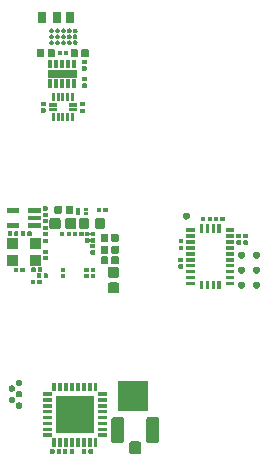
<source format=gbr>
G04 #@! TF.GenerationSoftware,KiCad,Pcbnew,(5.1.0)-1*
G04 #@! TF.CreationDate,2019-09-17T22:43:55-07:00*
G04 #@! TF.ProjectId,Miniscope-v4-Rigid-Flex,4d696e69-7363-46f7-9065-2d76342d5269,rev?*
G04 #@! TF.SameCoordinates,Original*
G04 #@! TF.FileFunction,Soldermask,Top*
G04 #@! TF.FilePolarity,Negative*
%FSLAX46Y46*%
G04 Gerber Fmt 4.6, Leading zero omitted, Abs format (unit mm)*
G04 Created by KiCad (PCBNEW (5.1.0)-1) date 2019-09-17 22:43:55*
%MOMM*%
%LPD*%
G04 APERTURE LIST*
%ADD10C,0.100000*%
G04 APERTURE END LIST*
D10*
G36*
X110164143Y-129213700D02*
G01*
X110208616Y-129227190D01*
X110249604Y-129249099D01*
X110285523Y-129278577D01*
X110315001Y-129314496D01*
X110336910Y-129355484D01*
X110350400Y-129399957D01*
X110355200Y-129448692D01*
X110355200Y-130069908D01*
X110350400Y-130118643D01*
X110336910Y-130163116D01*
X110315001Y-130204104D01*
X110285523Y-130240023D01*
X110249604Y-130269501D01*
X110208616Y-130291410D01*
X110164143Y-130304900D01*
X110115408Y-130309700D01*
X109544192Y-130309700D01*
X109495457Y-130304900D01*
X109450984Y-130291410D01*
X109409996Y-130269501D01*
X109374077Y-130240023D01*
X109344599Y-130204104D01*
X109322690Y-130163116D01*
X109309200Y-130118643D01*
X109304400Y-130069908D01*
X109304400Y-129448692D01*
X109309200Y-129399957D01*
X109322690Y-129355484D01*
X109344599Y-129314496D01*
X109374077Y-129278577D01*
X109409996Y-129249099D01*
X109450984Y-129227190D01*
X109495457Y-129213700D01*
X109544192Y-129208900D01*
X110115408Y-129208900D01*
X110164143Y-129213700D01*
X110164143Y-129213700D01*
G37*
G36*
X105640392Y-129866285D02*
G01*
X105652503Y-129869959D01*
X105663663Y-129875924D01*
X105673447Y-129883953D01*
X105681476Y-129893737D01*
X105687441Y-129904897D01*
X105691115Y-129917008D01*
X105692600Y-129932091D01*
X105692600Y-130188309D01*
X105691115Y-130203392D01*
X105687441Y-130215503D01*
X105681476Y-130226663D01*
X105673447Y-130236447D01*
X105663663Y-130244476D01*
X105652503Y-130250441D01*
X105640392Y-130254115D01*
X105625309Y-130255600D01*
X105399091Y-130255600D01*
X105384008Y-130254115D01*
X105371897Y-130250441D01*
X105360737Y-130244476D01*
X105350953Y-130236447D01*
X105342924Y-130226663D01*
X105336959Y-130215503D01*
X105333285Y-130203392D01*
X105331800Y-130188309D01*
X105331800Y-129932091D01*
X105333285Y-129917008D01*
X105336959Y-129904897D01*
X105342924Y-129893737D01*
X105350953Y-129883953D01*
X105360737Y-129875924D01*
X105371897Y-129869959D01*
X105384008Y-129866285D01*
X105399091Y-129864800D01*
X105625309Y-129864800D01*
X105640392Y-129866285D01*
X105640392Y-129866285D01*
G37*
G36*
X106190392Y-129866285D02*
G01*
X106202503Y-129869959D01*
X106213663Y-129875924D01*
X106223447Y-129883953D01*
X106231476Y-129893737D01*
X106237441Y-129904897D01*
X106241115Y-129917008D01*
X106242600Y-129932091D01*
X106242600Y-130188309D01*
X106241115Y-130203392D01*
X106237441Y-130215503D01*
X106231476Y-130226663D01*
X106223447Y-130236447D01*
X106213663Y-130244476D01*
X106202503Y-130250441D01*
X106190392Y-130254115D01*
X106175309Y-130255600D01*
X105949091Y-130255600D01*
X105934008Y-130254115D01*
X105921897Y-130250441D01*
X105910737Y-130244476D01*
X105900953Y-130236447D01*
X105892924Y-130226663D01*
X105886959Y-130215503D01*
X105883285Y-130203392D01*
X105881800Y-130188309D01*
X105881800Y-129932091D01*
X105883285Y-129917008D01*
X105886959Y-129904897D01*
X105892924Y-129893737D01*
X105900953Y-129883953D01*
X105910737Y-129875924D01*
X105921897Y-129869959D01*
X105934008Y-129866285D01*
X105949091Y-129864800D01*
X106175309Y-129864800D01*
X106190392Y-129866285D01*
X106190392Y-129866285D01*
G37*
G36*
X104593992Y-129863485D02*
G01*
X104606103Y-129867159D01*
X104617263Y-129873124D01*
X104627047Y-129881153D01*
X104635076Y-129890937D01*
X104641041Y-129902097D01*
X104644715Y-129914208D01*
X104646200Y-129929291D01*
X104646200Y-130185509D01*
X104644715Y-130200592D01*
X104641041Y-130212703D01*
X104635076Y-130223863D01*
X104627047Y-130233647D01*
X104617263Y-130241676D01*
X104606103Y-130247641D01*
X104593992Y-130251315D01*
X104578909Y-130252800D01*
X104352691Y-130252800D01*
X104337608Y-130251315D01*
X104325497Y-130247641D01*
X104314337Y-130241676D01*
X104304553Y-130233647D01*
X104296524Y-130223863D01*
X104290559Y-130212703D01*
X104286885Y-130200592D01*
X104285400Y-130185509D01*
X104285400Y-129929291D01*
X104286885Y-129914208D01*
X104290559Y-129902097D01*
X104296524Y-129890937D01*
X104304553Y-129881153D01*
X104314337Y-129873124D01*
X104325497Y-129867159D01*
X104337608Y-129863485D01*
X104352691Y-129862000D01*
X104578909Y-129862000D01*
X104593992Y-129863485D01*
X104593992Y-129863485D01*
G37*
G36*
X102951792Y-129863485D02*
G01*
X102963903Y-129867159D01*
X102975063Y-129873124D01*
X102984847Y-129881153D01*
X102992876Y-129890937D01*
X102998841Y-129902097D01*
X103002515Y-129914208D01*
X103004000Y-129929291D01*
X103004000Y-130185509D01*
X103002515Y-130200592D01*
X102998841Y-130212703D01*
X102992876Y-130223863D01*
X102984847Y-130233647D01*
X102975063Y-130241676D01*
X102963903Y-130247641D01*
X102951792Y-130251315D01*
X102936709Y-130252800D01*
X102710491Y-130252800D01*
X102695408Y-130251315D01*
X102683297Y-130247641D01*
X102672137Y-130241676D01*
X102662353Y-130233647D01*
X102654324Y-130223863D01*
X102648359Y-130212703D01*
X102644685Y-130200592D01*
X102643200Y-130185509D01*
X102643200Y-129929291D01*
X102644685Y-129914208D01*
X102648359Y-129902097D01*
X102654324Y-129890937D01*
X102662353Y-129881153D01*
X102672137Y-129873124D01*
X102683297Y-129867159D01*
X102695408Y-129863485D01*
X102710491Y-129862000D01*
X102936709Y-129862000D01*
X102951792Y-129863485D01*
X102951792Y-129863485D01*
G37*
G36*
X104043992Y-129863485D02*
G01*
X104056103Y-129867159D01*
X104067263Y-129873124D01*
X104077047Y-129881153D01*
X104085076Y-129890937D01*
X104091041Y-129902097D01*
X104094715Y-129914208D01*
X104096200Y-129929291D01*
X104096200Y-130185509D01*
X104094715Y-130200592D01*
X104091041Y-130212703D01*
X104085076Y-130223863D01*
X104077047Y-130233647D01*
X104067263Y-130241676D01*
X104056103Y-130247641D01*
X104043992Y-130251315D01*
X104028909Y-130252800D01*
X103802691Y-130252800D01*
X103787608Y-130251315D01*
X103775497Y-130247641D01*
X103764337Y-130241676D01*
X103754553Y-130233647D01*
X103746524Y-130223863D01*
X103740559Y-130212703D01*
X103736885Y-130200592D01*
X103735400Y-130185509D01*
X103735400Y-129929291D01*
X103736885Y-129914208D01*
X103740559Y-129902097D01*
X103746524Y-129890937D01*
X103754553Y-129881153D01*
X103764337Y-129873124D01*
X103775497Y-129867159D01*
X103787608Y-129863485D01*
X103802691Y-129862000D01*
X104028909Y-129862000D01*
X104043992Y-129863485D01*
X104043992Y-129863485D01*
G37*
G36*
X103501792Y-129863485D02*
G01*
X103513903Y-129867159D01*
X103525063Y-129873124D01*
X103534847Y-129881153D01*
X103542876Y-129890937D01*
X103548841Y-129902097D01*
X103552515Y-129914208D01*
X103554000Y-129929291D01*
X103554000Y-130185509D01*
X103552515Y-130200592D01*
X103548841Y-130212703D01*
X103542876Y-130223863D01*
X103534847Y-130233647D01*
X103525063Y-130241676D01*
X103513903Y-130247641D01*
X103501792Y-130251315D01*
X103486709Y-130252800D01*
X103260491Y-130252800D01*
X103245408Y-130251315D01*
X103233297Y-130247641D01*
X103222137Y-130241676D01*
X103212353Y-130233647D01*
X103204324Y-130223863D01*
X103198359Y-130212703D01*
X103194685Y-130200592D01*
X103193200Y-130185509D01*
X103193200Y-129929291D01*
X103194685Y-129914208D01*
X103198359Y-129902097D01*
X103204324Y-129890937D01*
X103212353Y-129881153D01*
X103222137Y-129873124D01*
X103233297Y-129867159D01*
X103245408Y-129863485D01*
X103260491Y-129862000D01*
X103486709Y-129862000D01*
X103501792Y-129863485D01*
X103501792Y-129863485D01*
G37*
G36*
X104142200Y-129648800D02*
G01*
X103831400Y-129648800D01*
X103831400Y-128918000D01*
X104142200Y-128918000D01*
X104142200Y-129648800D01*
X104142200Y-129648800D01*
G37*
G36*
X106642200Y-129648800D02*
G01*
X106331400Y-129648800D01*
X106331400Y-128918000D01*
X106642200Y-128918000D01*
X106642200Y-129648800D01*
X106642200Y-129648800D01*
G37*
G36*
X106142200Y-129648800D02*
G01*
X105831400Y-129648800D01*
X105831400Y-128918000D01*
X106142200Y-128918000D01*
X106142200Y-129648800D01*
X106142200Y-129648800D01*
G37*
G36*
X105642200Y-129648800D02*
G01*
X105331400Y-129648800D01*
X105331400Y-128918000D01*
X105642200Y-128918000D01*
X105642200Y-129648800D01*
X105642200Y-129648800D01*
G37*
G36*
X105142200Y-129648800D02*
G01*
X104831400Y-129648800D01*
X104831400Y-128918000D01*
X105142200Y-128918000D01*
X105142200Y-129648800D01*
X105142200Y-129648800D01*
G37*
G36*
X103142200Y-129648800D02*
G01*
X102831400Y-129648800D01*
X102831400Y-128918000D01*
X103142200Y-128918000D01*
X103142200Y-129648800D01*
X103142200Y-129648800D01*
G37*
G36*
X103642200Y-129648800D02*
G01*
X103331400Y-129648800D01*
X103331400Y-128918000D01*
X103642200Y-128918000D01*
X103642200Y-129648800D01*
X103642200Y-129648800D01*
G37*
G36*
X104642200Y-129648800D02*
G01*
X104331400Y-129648800D01*
X104331400Y-128918000D01*
X104642200Y-128918000D01*
X104642200Y-129648800D01*
X104642200Y-129648800D01*
G37*
G36*
X108704082Y-127136440D02*
G01*
X108750901Y-127150643D01*
X108794048Y-127173705D01*
X108831862Y-127204738D01*
X108862895Y-127242552D01*
X108885957Y-127285699D01*
X108900160Y-127332518D01*
X108905200Y-127383692D01*
X108905200Y-129129908D01*
X108900160Y-129181082D01*
X108885957Y-129227901D01*
X108862895Y-129271048D01*
X108831862Y-129308862D01*
X108794048Y-129339895D01*
X108750901Y-129362957D01*
X108704082Y-129377160D01*
X108652908Y-129382200D01*
X108056692Y-129382200D01*
X108005518Y-129377160D01*
X107958699Y-129362957D01*
X107915552Y-129339895D01*
X107877738Y-129308862D01*
X107846705Y-129271048D01*
X107823643Y-129227901D01*
X107809440Y-129181082D01*
X107804400Y-129129908D01*
X107804400Y-127383692D01*
X107809440Y-127332518D01*
X107823643Y-127285699D01*
X107846705Y-127242552D01*
X107877738Y-127204738D01*
X107915552Y-127173705D01*
X107958699Y-127150643D01*
X108005518Y-127136440D01*
X108056692Y-127131400D01*
X108652908Y-127131400D01*
X108704082Y-127136440D01*
X108704082Y-127136440D01*
G37*
G36*
X111654082Y-127136440D02*
G01*
X111700901Y-127150643D01*
X111744048Y-127173705D01*
X111781862Y-127204738D01*
X111812895Y-127242552D01*
X111835957Y-127285699D01*
X111850160Y-127332518D01*
X111855200Y-127383692D01*
X111855200Y-129129908D01*
X111850160Y-129181082D01*
X111835957Y-129227901D01*
X111812895Y-129271048D01*
X111781862Y-129308862D01*
X111744048Y-129339895D01*
X111700901Y-129362957D01*
X111654082Y-129377160D01*
X111602908Y-129382200D01*
X111006692Y-129382200D01*
X110955518Y-129377160D01*
X110908699Y-129362957D01*
X110865552Y-129339895D01*
X110827738Y-129308862D01*
X110796705Y-129271048D01*
X110773643Y-129227901D01*
X110759440Y-129181082D01*
X110754400Y-129129908D01*
X110754400Y-127383692D01*
X110759440Y-127332518D01*
X110773643Y-127285699D01*
X110796705Y-127242552D01*
X110827738Y-127204738D01*
X110865552Y-127173705D01*
X110908699Y-127150643D01*
X110955518Y-127136440D01*
X111006692Y-127131400D01*
X111602908Y-127131400D01*
X111654082Y-127136440D01*
X111654082Y-127136440D01*
G37*
G36*
X107437200Y-128853800D02*
G01*
X106706400Y-128853800D01*
X106706400Y-128543000D01*
X107437200Y-128543000D01*
X107437200Y-128853800D01*
X107437200Y-128853800D01*
G37*
G36*
X102767200Y-128853800D02*
G01*
X102036400Y-128853800D01*
X102036400Y-128543000D01*
X102767200Y-128543000D01*
X102767200Y-128853800D01*
X102767200Y-128853800D01*
G37*
G36*
X106312200Y-128523800D02*
G01*
X103161400Y-128523800D01*
X103161400Y-125373000D01*
X106312200Y-125373000D01*
X106312200Y-128523800D01*
X106312200Y-128523800D01*
G37*
G36*
X102767200Y-128353800D02*
G01*
X102036400Y-128353800D01*
X102036400Y-128043000D01*
X102767200Y-128043000D01*
X102767200Y-128353800D01*
X102767200Y-128353800D01*
G37*
G36*
X107437200Y-128353800D02*
G01*
X106706400Y-128353800D01*
X106706400Y-128043000D01*
X107437200Y-128043000D01*
X107437200Y-128353800D01*
X107437200Y-128353800D01*
G37*
G36*
X107437200Y-127853800D02*
G01*
X106706400Y-127853800D01*
X106706400Y-127543000D01*
X107437200Y-127543000D01*
X107437200Y-127853800D01*
X107437200Y-127853800D01*
G37*
G36*
X102767200Y-127853800D02*
G01*
X102036400Y-127853800D01*
X102036400Y-127543000D01*
X102767200Y-127543000D01*
X102767200Y-127853800D01*
X102767200Y-127853800D01*
G37*
G36*
X107437200Y-127353800D02*
G01*
X106706400Y-127353800D01*
X106706400Y-127043000D01*
X107437200Y-127043000D01*
X107437200Y-127353800D01*
X107437200Y-127353800D01*
G37*
G36*
X102767200Y-127353800D02*
G01*
X102036400Y-127353800D01*
X102036400Y-127043000D01*
X102767200Y-127043000D01*
X102767200Y-127353800D01*
X102767200Y-127353800D01*
G37*
G36*
X102767200Y-126853800D02*
G01*
X102036400Y-126853800D01*
X102036400Y-126543000D01*
X102767200Y-126543000D01*
X102767200Y-126853800D01*
X102767200Y-126853800D01*
G37*
G36*
X107437200Y-126853800D02*
G01*
X106706400Y-126853800D01*
X106706400Y-126543000D01*
X107437200Y-126543000D01*
X107437200Y-126853800D01*
X107437200Y-126853800D01*
G37*
G36*
X110952800Y-126662000D02*
G01*
X108402000Y-126662000D01*
X108402000Y-124111200D01*
X110952800Y-124111200D01*
X110952800Y-126662000D01*
X110952800Y-126662000D01*
G37*
G36*
X100081499Y-125911735D02*
G01*
X100132346Y-125932796D01*
X100178109Y-125963374D01*
X100217024Y-126002289D01*
X100247602Y-126048052D01*
X100268663Y-126098899D01*
X100279400Y-126152879D01*
X100279400Y-126207917D01*
X100268663Y-126261897D01*
X100247602Y-126312744D01*
X100217024Y-126358507D01*
X100178109Y-126397422D01*
X100132346Y-126428000D01*
X100081499Y-126449061D01*
X100027519Y-126459798D01*
X99972481Y-126459798D01*
X99918501Y-126449061D01*
X99867654Y-126428000D01*
X99821891Y-126397422D01*
X99782976Y-126358507D01*
X99752398Y-126312744D01*
X99731337Y-126261897D01*
X99720600Y-126207917D01*
X99720600Y-126152879D01*
X99731337Y-126098899D01*
X99752398Y-126048052D01*
X99782976Y-126002289D01*
X99821891Y-125963374D01*
X99867654Y-125932796D01*
X99918501Y-125911735D01*
X99972481Y-125900998D01*
X100027519Y-125900998D01*
X100081499Y-125911735D01*
X100081499Y-125911735D01*
G37*
G36*
X107437200Y-126353800D02*
G01*
X106706400Y-126353800D01*
X106706400Y-126043000D01*
X107437200Y-126043000D01*
X107437200Y-126353800D01*
X107437200Y-126353800D01*
G37*
G36*
X102767200Y-126353800D02*
G01*
X102036400Y-126353800D01*
X102036400Y-126043000D01*
X102767200Y-126043000D01*
X102767200Y-126353800D01*
X102767200Y-126353800D01*
G37*
G36*
X99471899Y-125429135D02*
G01*
X99522746Y-125450196D01*
X99568509Y-125480774D01*
X99607424Y-125519689D01*
X99638002Y-125565452D01*
X99659063Y-125616299D01*
X99669800Y-125670279D01*
X99669800Y-125725317D01*
X99659063Y-125779297D01*
X99638002Y-125830144D01*
X99607424Y-125875907D01*
X99568509Y-125914822D01*
X99522746Y-125945400D01*
X99471899Y-125966461D01*
X99417919Y-125977198D01*
X99362881Y-125977198D01*
X99308901Y-125966461D01*
X99258054Y-125945400D01*
X99212291Y-125914822D01*
X99173376Y-125875907D01*
X99142798Y-125830144D01*
X99121737Y-125779297D01*
X99111000Y-125725317D01*
X99111000Y-125670279D01*
X99121737Y-125616299D01*
X99142798Y-125565452D01*
X99173376Y-125519689D01*
X99212291Y-125480774D01*
X99258054Y-125450196D01*
X99308901Y-125429135D01*
X99362881Y-125418398D01*
X99417919Y-125418398D01*
X99471899Y-125429135D01*
X99471899Y-125429135D01*
G37*
G36*
X102767200Y-125853800D02*
G01*
X102036400Y-125853800D01*
X102036400Y-125543000D01*
X102767200Y-125543000D01*
X102767200Y-125853800D01*
X102767200Y-125853800D01*
G37*
G36*
X107437200Y-125853800D02*
G01*
X106706400Y-125853800D01*
X106706400Y-125543000D01*
X107437200Y-125543000D01*
X107437200Y-125853800D01*
X107437200Y-125853800D01*
G37*
G36*
X100081499Y-124946536D02*
G01*
X100132346Y-124967597D01*
X100178109Y-124998175D01*
X100217024Y-125037090D01*
X100247602Y-125082853D01*
X100268663Y-125133700D01*
X100279400Y-125187680D01*
X100279400Y-125242718D01*
X100268663Y-125296698D01*
X100247602Y-125347545D01*
X100217024Y-125393308D01*
X100178109Y-125432223D01*
X100132346Y-125462801D01*
X100081499Y-125483862D01*
X100027519Y-125494599D01*
X99972481Y-125494599D01*
X99918501Y-125483862D01*
X99867654Y-125462801D01*
X99821891Y-125432223D01*
X99782976Y-125393308D01*
X99752398Y-125347545D01*
X99731337Y-125296698D01*
X99720600Y-125242718D01*
X99720600Y-125187680D01*
X99731337Y-125133700D01*
X99752398Y-125082853D01*
X99782976Y-125037090D01*
X99821891Y-124998175D01*
X99867654Y-124967597D01*
X99918501Y-124946536D01*
X99972481Y-124935799D01*
X100027519Y-124935799D01*
X100081499Y-124946536D01*
X100081499Y-124946536D01*
G37*
G36*
X102767200Y-125353800D02*
G01*
X102036400Y-125353800D01*
X102036400Y-125043000D01*
X102767200Y-125043000D01*
X102767200Y-125353800D01*
X102767200Y-125353800D01*
G37*
G36*
X107437200Y-125353800D02*
G01*
X106706400Y-125353800D01*
X106706400Y-125043000D01*
X107437200Y-125043000D01*
X107437200Y-125353800D01*
X107437200Y-125353800D01*
G37*
G36*
X99471899Y-124463936D02*
G01*
X99522746Y-124484997D01*
X99568509Y-124515575D01*
X99607424Y-124554490D01*
X99638002Y-124600253D01*
X99659063Y-124651100D01*
X99669800Y-124705080D01*
X99669800Y-124760118D01*
X99659063Y-124814098D01*
X99638002Y-124864945D01*
X99607424Y-124910708D01*
X99568509Y-124949623D01*
X99522746Y-124980201D01*
X99471899Y-125001262D01*
X99417919Y-125011999D01*
X99362881Y-125011999D01*
X99308901Y-125001262D01*
X99258054Y-124980201D01*
X99212291Y-124949623D01*
X99173376Y-124910708D01*
X99142798Y-124864945D01*
X99121737Y-124814098D01*
X99111000Y-124760118D01*
X99111000Y-124705080D01*
X99121737Y-124651100D01*
X99142798Y-124600253D01*
X99173376Y-124554490D01*
X99212291Y-124515575D01*
X99258054Y-124484997D01*
X99308901Y-124463936D01*
X99362881Y-124453199D01*
X99417919Y-124453199D01*
X99471899Y-124463936D01*
X99471899Y-124463936D01*
G37*
G36*
X104642200Y-124978800D02*
G01*
X104331400Y-124978800D01*
X104331400Y-124248000D01*
X104642200Y-124248000D01*
X104642200Y-124978800D01*
X104642200Y-124978800D01*
G37*
G36*
X103142200Y-124978800D02*
G01*
X102831400Y-124978800D01*
X102831400Y-124248000D01*
X103142200Y-124248000D01*
X103142200Y-124978800D01*
X103142200Y-124978800D01*
G37*
G36*
X103642200Y-124978800D02*
G01*
X103331400Y-124978800D01*
X103331400Y-124248000D01*
X103642200Y-124248000D01*
X103642200Y-124978800D01*
X103642200Y-124978800D01*
G37*
G36*
X104142200Y-124978800D02*
G01*
X103831400Y-124978800D01*
X103831400Y-124248000D01*
X104142200Y-124248000D01*
X104142200Y-124978800D01*
X104142200Y-124978800D01*
G37*
G36*
X105142200Y-124978800D02*
G01*
X104831400Y-124978800D01*
X104831400Y-124248000D01*
X105142200Y-124248000D01*
X105142200Y-124978800D01*
X105142200Y-124978800D01*
G37*
G36*
X105642200Y-124978800D02*
G01*
X105331400Y-124978800D01*
X105331400Y-124248000D01*
X105642200Y-124248000D01*
X105642200Y-124978800D01*
X105642200Y-124978800D01*
G37*
G36*
X106642200Y-124978800D02*
G01*
X106331400Y-124978800D01*
X106331400Y-124248000D01*
X106642200Y-124248000D01*
X106642200Y-124978800D01*
X106642200Y-124978800D01*
G37*
G36*
X106142200Y-124978800D02*
G01*
X105831400Y-124978800D01*
X105831400Y-124248000D01*
X106142200Y-124248000D01*
X106142200Y-124978800D01*
X106142200Y-124978800D01*
G37*
G36*
X100081499Y-123981337D02*
G01*
X100132346Y-124002398D01*
X100178109Y-124032976D01*
X100217024Y-124071891D01*
X100247602Y-124117654D01*
X100268663Y-124168501D01*
X100279400Y-124222481D01*
X100279400Y-124277519D01*
X100268663Y-124331499D01*
X100247602Y-124382346D01*
X100217024Y-124428109D01*
X100178109Y-124467024D01*
X100132346Y-124497602D01*
X100081499Y-124518663D01*
X100027519Y-124529400D01*
X99972481Y-124529400D01*
X99918501Y-124518663D01*
X99867654Y-124497602D01*
X99821891Y-124467024D01*
X99782976Y-124428109D01*
X99752398Y-124382346D01*
X99731337Y-124331499D01*
X99720600Y-124277519D01*
X99720600Y-124222481D01*
X99731337Y-124168501D01*
X99752398Y-124117654D01*
X99782976Y-124071891D01*
X99821891Y-124032976D01*
X99867654Y-124002398D01*
X99918501Y-123981337D01*
X99972481Y-123970600D01*
X100027519Y-123970600D01*
X100081499Y-123981337D01*
X100081499Y-123981337D01*
G37*
G36*
X108313478Y-115752471D02*
G01*
X108352792Y-115764397D01*
X108389023Y-115783763D01*
X108420777Y-115809823D01*
X108446837Y-115841577D01*
X108466203Y-115877808D01*
X108478129Y-115917122D01*
X108482400Y-115960491D01*
X108482400Y-116476709D01*
X108478129Y-116520078D01*
X108466203Y-116559392D01*
X108446837Y-116595623D01*
X108420777Y-116627377D01*
X108389023Y-116653437D01*
X108352792Y-116672803D01*
X108313478Y-116684729D01*
X108270109Y-116689000D01*
X107723891Y-116689000D01*
X107680522Y-116684729D01*
X107641208Y-116672803D01*
X107604977Y-116653437D01*
X107573223Y-116627377D01*
X107547163Y-116595623D01*
X107527797Y-116559392D01*
X107515871Y-116520078D01*
X107511600Y-116476709D01*
X107511600Y-115960491D01*
X107515871Y-115917122D01*
X107527797Y-115877808D01*
X107547163Y-115841577D01*
X107573223Y-115809823D01*
X107604977Y-115783763D01*
X107641208Y-115764397D01*
X107680522Y-115752471D01*
X107723891Y-115748200D01*
X108270109Y-115748200D01*
X108313478Y-115752471D01*
X108313478Y-115752471D01*
G37*
G36*
X116602600Y-116339000D02*
G01*
X116297800Y-116339000D01*
X116297800Y-115613200D01*
X116602600Y-115613200D01*
X116602600Y-116339000D01*
X116602600Y-116339000D01*
G37*
G36*
X115602600Y-116339000D02*
G01*
X115297800Y-116339000D01*
X115297800Y-115613200D01*
X115602600Y-115613200D01*
X115602600Y-116339000D01*
X115602600Y-116339000D01*
G37*
G36*
X117102600Y-116339000D02*
G01*
X116797800Y-116339000D01*
X116797800Y-115613200D01*
X117102600Y-115613200D01*
X117102600Y-116339000D01*
X117102600Y-116339000D01*
G37*
G36*
X116102600Y-116339000D02*
G01*
X115797800Y-116339000D01*
X115797800Y-115613200D01*
X116102600Y-115613200D01*
X116102600Y-116339000D01*
X116102600Y-116339000D01*
G37*
G36*
X118930074Y-115699498D02*
G01*
X118984524Y-115722052D01*
X119033529Y-115754796D01*
X119075204Y-115796471D01*
X119107948Y-115845476D01*
X119130502Y-115899926D01*
X119142000Y-115957731D01*
X119142000Y-116016669D01*
X119130502Y-116074474D01*
X119107948Y-116128924D01*
X119075204Y-116177929D01*
X119033529Y-116219604D01*
X118984524Y-116252348D01*
X118930074Y-116274902D01*
X118872269Y-116286400D01*
X118813331Y-116286400D01*
X118755526Y-116274902D01*
X118701076Y-116252348D01*
X118652071Y-116219604D01*
X118610396Y-116177929D01*
X118577652Y-116128924D01*
X118555098Y-116074474D01*
X118543600Y-116016669D01*
X118543600Y-115957731D01*
X118555098Y-115899926D01*
X118577652Y-115845476D01*
X118610396Y-115796471D01*
X118652071Y-115754796D01*
X118701076Y-115722052D01*
X118755526Y-115699498D01*
X118813331Y-115688000D01*
X118872269Y-115688000D01*
X118930074Y-115699498D01*
X118930074Y-115699498D01*
G37*
G36*
X120200074Y-115699498D02*
G01*
X120254524Y-115722052D01*
X120303529Y-115754796D01*
X120345204Y-115796471D01*
X120377948Y-115845476D01*
X120400502Y-115899926D01*
X120412000Y-115957731D01*
X120412000Y-116016669D01*
X120400502Y-116074474D01*
X120377948Y-116128924D01*
X120345204Y-116177929D01*
X120303529Y-116219604D01*
X120254524Y-116252348D01*
X120200074Y-116274902D01*
X120142269Y-116286400D01*
X120083331Y-116286400D01*
X120025526Y-116274902D01*
X119971076Y-116252348D01*
X119922071Y-116219604D01*
X119880396Y-116177929D01*
X119847652Y-116128924D01*
X119825098Y-116074474D01*
X119813600Y-116016669D01*
X119813600Y-115957731D01*
X119825098Y-115899926D01*
X119847652Y-115845476D01*
X119880396Y-115796471D01*
X119922071Y-115754796D01*
X119971076Y-115722052D01*
X120025526Y-115699498D01*
X120083331Y-115688000D01*
X120142269Y-115688000D01*
X120200074Y-115699498D01*
X120200074Y-115699498D01*
G37*
G36*
X114900600Y-115991000D02*
G01*
X114174800Y-115991000D01*
X114174800Y-115686200D01*
X114900600Y-115686200D01*
X114900600Y-115991000D01*
X114900600Y-115991000D01*
G37*
G36*
X118225600Y-115991000D02*
G01*
X117499800Y-115991000D01*
X117499800Y-115686200D01*
X118225600Y-115686200D01*
X118225600Y-115991000D01*
X118225600Y-115991000D01*
G37*
G36*
X101303592Y-115542085D02*
G01*
X101315703Y-115545759D01*
X101326863Y-115551724D01*
X101336647Y-115559753D01*
X101344676Y-115569537D01*
X101350641Y-115580697D01*
X101354315Y-115592808D01*
X101355800Y-115607891D01*
X101355800Y-115864109D01*
X101354315Y-115879192D01*
X101350641Y-115891303D01*
X101344676Y-115902463D01*
X101336647Y-115912247D01*
X101326863Y-115920276D01*
X101315703Y-115926241D01*
X101303592Y-115929915D01*
X101288509Y-115931400D01*
X101062291Y-115931400D01*
X101047208Y-115929915D01*
X101035097Y-115926241D01*
X101023937Y-115920276D01*
X101014153Y-115912247D01*
X101006124Y-115902463D01*
X101000159Y-115891303D01*
X100996485Y-115879192D01*
X100995000Y-115864109D01*
X100995000Y-115607891D01*
X100996485Y-115592808D01*
X101000159Y-115580697D01*
X101006124Y-115569537D01*
X101014153Y-115559753D01*
X101023937Y-115551724D01*
X101035097Y-115545759D01*
X101047208Y-115542085D01*
X101062291Y-115540600D01*
X101288509Y-115540600D01*
X101303592Y-115542085D01*
X101303592Y-115542085D01*
G37*
G36*
X101853592Y-115542085D02*
G01*
X101865703Y-115545759D01*
X101876863Y-115551724D01*
X101886647Y-115559753D01*
X101894676Y-115569537D01*
X101900641Y-115580697D01*
X101904315Y-115592808D01*
X101905800Y-115607891D01*
X101905800Y-115864109D01*
X101904315Y-115879192D01*
X101900641Y-115891303D01*
X101894676Y-115902463D01*
X101886647Y-115912247D01*
X101876863Y-115920276D01*
X101865703Y-115926241D01*
X101853592Y-115929915D01*
X101838509Y-115931400D01*
X101612291Y-115931400D01*
X101597208Y-115929915D01*
X101585097Y-115926241D01*
X101573937Y-115920276D01*
X101564153Y-115912247D01*
X101556124Y-115902463D01*
X101550159Y-115891303D01*
X101546485Y-115879192D01*
X101545000Y-115864109D01*
X101545000Y-115607891D01*
X101546485Y-115592808D01*
X101550159Y-115580697D01*
X101556124Y-115569537D01*
X101564153Y-115559753D01*
X101573937Y-115551724D01*
X101585097Y-115545759D01*
X101597208Y-115542085D01*
X101612291Y-115540600D01*
X101838509Y-115540600D01*
X101853592Y-115542085D01*
X101853592Y-115542085D01*
G37*
G36*
X114900600Y-115491000D02*
G01*
X114174800Y-115491000D01*
X114174800Y-115186200D01*
X114900600Y-115186200D01*
X114900600Y-115491000D01*
X114900600Y-115491000D01*
G37*
G36*
X118225600Y-115491000D02*
G01*
X117499800Y-115491000D01*
X117499800Y-115186200D01*
X118225600Y-115186200D01*
X118225600Y-115491000D01*
X118225600Y-115491000D01*
G37*
G36*
X103879592Y-115044685D02*
G01*
X103891703Y-115048359D01*
X103902863Y-115054324D01*
X103912647Y-115062353D01*
X103920676Y-115072137D01*
X103926641Y-115083297D01*
X103930315Y-115095408D01*
X103931800Y-115110491D01*
X103931800Y-115336709D01*
X103930315Y-115351792D01*
X103926641Y-115363903D01*
X103920676Y-115375063D01*
X103912647Y-115384847D01*
X103902863Y-115392876D01*
X103891703Y-115398841D01*
X103879592Y-115402515D01*
X103864509Y-115404000D01*
X103608291Y-115404000D01*
X103593208Y-115402515D01*
X103581097Y-115398841D01*
X103569937Y-115392876D01*
X103560153Y-115384847D01*
X103552124Y-115375063D01*
X103546159Y-115363903D01*
X103542485Y-115351792D01*
X103541000Y-115336709D01*
X103541000Y-115110491D01*
X103542485Y-115095408D01*
X103546159Y-115083297D01*
X103552124Y-115072137D01*
X103560153Y-115062353D01*
X103569937Y-115054324D01*
X103581097Y-115048359D01*
X103593208Y-115044685D01*
X103608291Y-115043200D01*
X103864509Y-115043200D01*
X103879592Y-115044685D01*
X103879592Y-115044685D01*
G37*
G36*
X105850192Y-115008685D02*
G01*
X105862303Y-115012359D01*
X105873463Y-115018324D01*
X105883247Y-115026353D01*
X105891276Y-115036137D01*
X105897241Y-115047297D01*
X105900915Y-115059408D01*
X105902400Y-115074491D01*
X105902400Y-115330709D01*
X105900915Y-115345792D01*
X105897241Y-115357903D01*
X105891276Y-115369063D01*
X105883247Y-115378847D01*
X105873463Y-115386876D01*
X105862303Y-115392841D01*
X105850192Y-115396515D01*
X105835109Y-115398000D01*
X105608891Y-115398000D01*
X105593808Y-115396515D01*
X105581697Y-115392841D01*
X105570537Y-115386876D01*
X105560753Y-115378847D01*
X105552724Y-115369063D01*
X105546759Y-115357903D01*
X105543085Y-115345792D01*
X105541600Y-115330709D01*
X105541600Y-115074491D01*
X105543085Y-115059408D01*
X105546759Y-115047297D01*
X105552724Y-115036137D01*
X105560753Y-115026353D01*
X105570537Y-115018324D01*
X105581697Y-115012359D01*
X105593808Y-115008685D01*
X105608891Y-115007200D01*
X105835109Y-115007200D01*
X105850192Y-115008685D01*
X105850192Y-115008685D01*
G37*
G36*
X106400192Y-115008685D02*
G01*
X106412303Y-115012359D01*
X106423463Y-115018324D01*
X106433247Y-115026353D01*
X106441276Y-115036137D01*
X106447241Y-115047297D01*
X106450915Y-115059408D01*
X106452400Y-115074491D01*
X106452400Y-115330709D01*
X106450915Y-115345792D01*
X106447241Y-115357903D01*
X106441276Y-115369063D01*
X106433247Y-115378847D01*
X106423463Y-115386876D01*
X106412303Y-115392841D01*
X106400192Y-115396515D01*
X106385109Y-115398000D01*
X106158891Y-115398000D01*
X106143808Y-115396515D01*
X106131697Y-115392841D01*
X106120537Y-115386876D01*
X106110753Y-115378847D01*
X106102724Y-115369063D01*
X106096759Y-115357903D01*
X106093085Y-115345792D01*
X106091600Y-115330709D01*
X106091600Y-115074491D01*
X106093085Y-115059408D01*
X106096759Y-115047297D01*
X106102724Y-115036137D01*
X106110753Y-115026353D01*
X106120537Y-115018324D01*
X106131697Y-115012359D01*
X106143808Y-115008685D01*
X106158891Y-115007200D01*
X106385109Y-115007200D01*
X106400192Y-115008685D01*
X106400192Y-115008685D01*
G37*
G36*
X101836992Y-114983285D02*
G01*
X101849103Y-114986959D01*
X101860263Y-114992924D01*
X101870047Y-115000953D01*
X101878076Y-115010737D01*
X101884041Y-115021897D01*
X101887715Y-115034008D01*
X101889200Y-115049091D01*
X101889200Y-115305309D01*
X101887715Y-115320392D01*
X101884041Y-115332503D01*
X101878076Y-115343663D01*
X101870047Y-115353447D01*
X101860263Y-115361476D01*
X101849103Y-115367441D01*
X101836992Y-115371115D01*
X101821909Y-115372600D01*
X101595691Y-115372600D01*
X101580608Y-115371115D01*
X101568497Y-115367441D01*
X101557337Y-115361476D01*
X101547553Y-115353447D01*
X101539524Y-115343663D01*
X101533559Y-115332503D01*
X101529885Y-115320392D01*
X101528400Y-115305309D01*
X101528400Y-115049091D01*
X101529885Y-115034008D01*
X101533559Y-115021897D01*
X101539524Y-115010737D01*
X101547553Y-115000953D01*
X101557337Y-114992924D01*
X101568497Y-114986959D01*
X101580608Y-114983285D01*
X101595691Y-114981800D01*
X101821909Y-114981800D01*
X101836992Y-114983285D01*
X101836992Y-114983285D01*
G37*
G36*
X102386992Y-114983285D02*
G01*
X102399103Y-114986959D01*
X102410263Y-114992924D01*
X102420047Y-115000953D01*
X102428076Y-115010737D01*
X102434041Y-115021897D01*
X102437715Y-115034008D01*
X102439200Y-115049091D01*
X102439200Y-115305309D01*
X102437715Y-115320392D01*
X102434041Y-115332503D01*
X102428076Y-115343663D01*
X102420047Y-115353447D01*
X102410263Y-115361476D01*
X102399103Y-115367441D01*
X102386992Y-115371115D01*
X102371909Y-115372600D01*
X102145691Y-115372600D01*
X102130608Y-115371115D01*
X102118497Y-115367441D01*
X102107337Y-115361476D01*
X102097553Y-115353447D01*
X102089524Y-115343663D01*
X102083559Y-115332503D01*
X102079885Y-115320392D01*
X102078400Y-115305309D01*
X102078400Y-115049091D01*
X102079885Y-115034008D01*
X102083559Y-115021897D01*
X102089524Y-115010737D01*
X102097553Y-115000953D01*
X102107337Y-114992924D01*
X102118497Y-114986959D01*
X102130608Y-114983285D01*
X102145691Y-114981800D01*
X102371909Y-114981800D01*
X102386992Y-114983285D01*
X102386992Y-114983285D01*
G37*
G36*
X108313478Y-114422471D02*
G01*
X108352792Y-114434397D01*
X108389023Y-114453763D01*
X108420777Y-114479823D01*
X108446837Y-114511577D01*
X108466203Y-114547808D01*
X108478129Y-114587122D01*
X108482400Y-114630491D01*
X108482400Y-115146709D01*
X108478129Y-115190078D01*
X108466203Y-115229392D01*
X108446837Y-115265623D01*
X108420777Y-115297377D01*
X108389023Y-115323437D01*
X108352792Y-115342803D01*
X108313478Y-115354729D01*
X108270109Y-115359000D01*
X107723891Y-115359000D01*
X107680522Y-115354729D01*
X107641208Y-115342803D01*
X107604977Y-115323437D01*
X107573223Y-115297377D01*
X107547163Y-115265623D01*
X107527797Y-115229392D01*
X107515871Y-115190078D01*
X107511600Y-115146709D01*
X107511600Y-114630491D01*
X107515871Y-114587122D01*
X107527797Y-114547808D01*
X107547163Y-114511577D01*
X107573223Y-114479823D01*
X107604977Y-114453763D01*
X107641208Y-114434397D01*
X107680522Y-114422471D01*
X107723891Y-114418200D01*
X108270109Y-114418200D01*
X108313478Y-114422471D01*
X108313478Y-114422471D01*
G37*
G36*
X118930074Y-114429498D02*
G01*
X118984524Y-114452052D01*
X119033529Y-114484796D01*
X119075204Y-114526471D01*
X119107948Y-114575476D01*
X119130502Y-114629926D01*
X119142000Y-114687731D01*
X119142000Y-114746669D01*
X119130502Y-114804474D01*
X119107948Y-114858924D01*
X119075204Y-114907929D01*
X119033529Y-114949604D01*
X118984524Y-114982348D01*
X118930074Y-115004902D01*
X118872269Y-115016400D01*
X118813331Y-115016400D01*
X118755526Y-115004902D01*
X118701076Y-114982348D01*
X118652071Y-114949604D01*
X118610396Y-114907929D01*
X118577652Y-114858924D01*
X118555098Y-114804474D01*
X118543600Y-114746669D01*
X118543600Y-114687731D01*
X118555098Y-114629926D01*
X118577652Y-114575476D01*
X118610396Y-114526471D01*
X118652071Y-114484796D01*
X118701076Y-114452052D01*
X118755526Y-114429498D01*
X118813331Y-114418000D01*
X118872269Y-114418000D01*
X118930074Y-114429498D01*
X118930074Y-114429498D01*
G37*
G36*
X120200074Y-114429498D02*
G01*
X120254524Y-114452052D01*
X120303529Y-114484796D01*
X120345204Y-114526471D01*
X120377948Y-114575476D01*
X120400502Y-114629926D01*
X120412000Y-114687731D01*
X120412000Y-114746669D01*
X120400502Y-114804474D01*
X120377948Y-114858924D01*
X120345204Y-114907929D01*
X120303529Y-114949604D01*
X120254524Y-114982348D01*
X120200074Y-115004902D01*
X120142269Y-115016400D01*
X120083331Y-115016400D01*
X120025526Y-115004902D01*
X119971076Y-114982348D01*
X119922071Y-114949604D01*
X119880396Y-114907929D01*
X119847652Y-114858924D01*
X119825098Y-114804474D01*
X119813600Y-114746669D01*
X119813600Y-114687731D01*
X119825098Y-114629926D01*
X119847652Y-114575476D01*
X119880396Y-114526471D01*
X119922071Y-114484796D01*
X119971076Y-114452052D01*
X120025526Y-114429498D01*
X120083331Y-114418000D01*
X120142269Y-114418000D01*
X120200074Y-114429498D01*
X120200074Y-114429498D01*
G37*
G36*
X114900600Y-114991000D02*
G01*
X114174800Y-114991000D01*
X114174800Y-114686200D01*
X114900600Y-114686200D01*
X114900600Y-114991000D01*
X114900600Y-114991000D01*
G37*
G36*
X118225600Y-114991000D02*
G01*
X117499800Y-114991000D01*
X117499800Y-114686200D01*
X118225600Y-114686200D01*
X118225600Y-114991000D01*
X118225600Y-114991000D01*
G37*
G36*
X99881192Y-114500685D02*
G01*
X99893303Y-114504359D01*
X99904463Y-114510324D01*
X99914247Y-114518353D01*
X99922276Y-114528137D01*
X99928241Y-114539297D01*
X99931915Y-114551408D01*
X99933400Y-114566491D01*
X99933400Y-114822709D01*
X99931915Y-114837792D01*
X99928241Y-114849903D01*
X99922276Y-114861063D01*
X99914247Y-114870847D01*
X99904463Y-114878876D01*
X99893303Y-114884841D01*
X99881192Y-114888515D01*
X99866109Y-114890000D01*
X99639891Y-114890000D01*
X99624808Y-114888515D01*
X99612697Y-114884841D01*
X99601537Y-114878876D01*
X99591753Y-114870847D01*
X99583724Y-114861063D01*
X99577759Y-114849903D01*
X99574085Y-114837792D01*
X99572600Y-114822709D01*
X99572600Y-114566491D01*
X99574085Y-114551408D01*
X99577759Y-114539297D01*
X99583724Y-114528137D01*
X99591753Y-114518353D01*
X99601537Y-114510324D01*
X99612697Y-114504359D01*
X99624808Y-114500685D01*
X99639891Y-114499200D01*
X99866109Y-114499200D01*
X99881192Y-114500685D01*
X99881192Y-114500685D01*
G37*
G36*
X105850192Y-114500685D02*
G01*
X105862303Y-114504359D01*
X105873463Y-114510324D01*
X105883247Y-114518353D01*
X105891276Y-114528137D01*
X105897241Y-114539297D01*
X105900915Y-114551408D01*
X105902400Y-114566491D01*
X105902400Y-114822709D01*
X105900915Y-114837792D01*
X105897241Y-114849903D01*
X105891276Y-114861063D01*
X105883247Y-114870847D01*
X105873463Y-114878876D01*
X105862303Y-114884841D01*
X105850192Y-114888515D01*
X105835109Y-114890000D01*
X105608891Y-114890000D01*
X105593808Y-114888515D01*
X105581697Y-114884841D01*
X105570537Y-114878876D01*
X105560753Y-114870847D01*
X105552724Y-114861063D01*
X105546759Y-114849903D01*
X105543085Y-114837792D01*
X105541600Y-114822709D01*
X105541600Y-114566491D01*
X105543085Y-114551408D01*
X105546759Y-114539297D01*
X105552724Y-114528137D01*
X105560753Y-114518353D01*
X105570537Y-114510324D01*
X105581697Y-114504359D01*
X105593808Y-114500685D01*
X105608891Y-114499200D01*
X105835109Y-114499200D01*
X105850192Y-114500685D01*
X105850192Y-114500685D01*
G37*
G36*
X106400192Y-114500685D02*
G01*
X106412303Y-114504359D01*
X106423463Y-114510324D01*
X106433247Y-114518353D01*
X106441276Y-114528137D01*
X106447241Y-114539297D01*
X106450915Y-114551408D01*
X106452400Y-114566491D01*
X106452400Y-114822709D01*
X106450915Y-114837792D01*
X106447241Y-114849903D01*
X106441276Y-114861063D01*
X106433247Y-114870847D01*
X106423463Y-114878876D01*
X106412303Y-114884841D01*
X106400192Y-114888515D01*
X106385109Y-114890000D01*
X106158891Y-114890000D01*
X106143808Y-114888515D01*
X106131697Y-114884841D01*
X106120537Y-114878876D01*
X106110753Y-114870847D01*
X106102724Y-114861063D01*
X106096759Y-114849903D01*
X106093085Y-114837792D01*
X106091600Y-114822709D01*
X106091600Y-114566491D01*
X106093085Y-114551408D01*
X106096759Y-114539297D01*
X106102724Y-114528137D01*
X106110753Y-114518353D01*
X106120537Y-114510324D01*
X106131697Y-114504359D01*
X106143808Y-114500685D01*
X106158891Y-114499200D01*
X106385109Y-114499200D01*
X106400192Y-114500685D01*
X106400192Y-114500685D01*
G37*
G36*
X100431192Y-114500685D02*
G01*
X100443303Y-114504359D01*
X100454463Y-114510324D01*
X100464247Y-114518353D01*
X100472276Y-114528137D01*
X100478241Y-114539297D01*
X100481915Y-114551408D01*
X100483400Y-114566491D01*
X100483400Y-114822709D01*
X100481915Y-114837792D01*
X100478241Y-114849903D01*
X100472276Y-114861063D01*
X100464247Y-114870847D01*
X100454463Y-114878876D01*
X100443303Y-114884841D01*
X100431192Y-114888515D01*
X100416109Y-114890000D01*
X100189891Y-114890000D01*
X100174808Y-114888515D01*
X100162697Y-114884841D01*
X100151537Y-114878876D01*
X100141753Y-114870847D01*
X100133724Y-114861063D01*
X100127759Y-114849903D01*
X100124085Y-114837792D01*
X100122600Y-114822709D01*
X100122600Y-114566491D01*
X100124085Y-114551408D01*
X100127759Y-114539297D01*
X100133724Y-114528137D01*
X100141753Y-114518353D01*
X100151537Y-114510324D01*
X100162697Y-114504359D01*
X100174808Y-114500685D01*
X100189891Y-114499200D01*
X100416109Y-114499200D01*
X100431192Y-114500685D01*
X100431192Y-114500685D01*
G37*
G36*
X101899992Y-114475285D02*
G01*
X101912103Y-114478959D01*
X101923263Y-114484924D01*
X101933047Y-114492953D01*
X101941076Y-114502737D01*
X101947041Y-114513897D01*
X101950715Y-114526008D01*
X101952200Y-114541091D01*
X101952200Y-114797309D01*
X101950715Y-114812392D01*
X101947041Y-114824503D01*
X101941076Y-114835663D01*
X101933047Y-114845447D01*
X101923263Y-114853476D01*
X101912103Y-114859441D01*
X101899992Y-114863115D01*
X101884909Y-114864600D01*
X101658691Y-114864600D01*
X101643608Y-114863115D01*
X101631497Y-114859441D01*
X101620337Y-114853476D01*
X101610553Y-114845447D01*
X101602524Y-114835663D01*
X101596559Y-114824503D01*
X101592885Y-114812392D01*
X101591400Y-114797309D01*
X101591400Y-114541091D01*
X101592885Y-114526008D01*
X101596559Y-114513897D01*
X101602524Y-114502737D01*
X101610553Y-114492953D01*
X101620337Y-114484924D01*
X101631497Y-114478959D01*
X101643608Y-114475285D01*
X101658691Y-114473800D01*
X101884909Y-114473800D01*
X101899992Y-114475285D01*
X101899992Y-114475285D01*
G37*
G36*
X101349992Y-114475285D02*
G01*
X101362103Y-114478959D01*
X101373263Y-114484924D01*
X101383047Y-114492953D01*
X101391076Y-114502737D01*
X101397041Y-114513897D01*
X101400715Y-114526008D01*
X101402200Y-114541091D01*
X101402200Y-114797309D01*
X101400715Y-114812392D01*
X101397041Y-114824503D01*
X101391076Y-114835663D01*
X101383047Y-114845447D01*
X101373263Y-114853476D01*
X101362103Y-114859441D01*
X101349992Y-114863115D01*
X101334909Y-114864600D01*
X101108691Y-114864600D01*
X101093608Y-114863115D01*
X101081497Y-114859441D01*
X101070337Y-114853476D01*
X101060553Y-114845447D01*
X101052524Y-114835663D01*
X101046559Y-114824503D01*
X101042885Y-114812392D01*
X101041400Y-114797309D01*
X101041400Y-114541091D01*
X101042885Y-114526008D01*
X101046559Y-114513897D01*
X101052524Y-114502737D01*
X101060553Y-114492953D01*
X101070337Y-114484924D01*
X101081497Y-114478959D01*
X101093608Y-114475285D01*
X101108691Y-114473800D01*
X101334909Y-114473800D01*
X101349992Y-114475285D01*
X101349992Y-114475285D01*
G37*
G36*
X103879592Y-114494685D02*
G01*
X103891703Y-114498359D01*
X103902863Y-114504324D01*
X103912647Y-114512353D01*
X103920676Y-114522137D01*
X103926641Y-114533297D01*
X103930315Y-114545408D01*
X103931800Y-114560491D01*
X103931800Y-114786709D01*
X103930315Y-114801792D01*
X103926641Y-114813903D01*
X103920676Y-114825063D01*
X103912647Y-114834847D01*
X103902863Y-114842876D01*
X103891703Y-114848841D01*
X103879592Y-114852515D01*
X103864509Y-114854000D01*
X103608291Y-114854000D01*
X103593208Y-114852515D01*
X103581097Y-114848841D01*
X103569937Y-114842876D01*
X103560153Y-114834847D01*
X103552124Y-114825063D01*
X103546159Y-114813903D01*
X103542485Y-114801792D01*
X103541000Y-114786709D01*
X103541000Y-114560491D01*
X103542485Y-114545408D01*
X103546159Y-114533297D01*
X103552124Y-114522137D01*
X103560153Y-114512353D01*
X103569937Y-114504324D01*
X103581097Y-114498359D01*
X103593208Y-114494685D01*
X103608291Y-114493200D01*
X103864509Y-114493200D01*
X103879592Y-114494685D01*
X103879592Y-114494685D01*
G37*
G36*
X113829792Y-114231885D02*
G01*
X113841903Y-114235559D01*
X113853063Y-114241524D01*
X113862847Y-114249553D01*
X113870876Y-114259337D01*
X113876841Y-114270497D01*
X113880515Y-114282608D01*
X113882000Y-114297691D01*
X113882000Y-114523909D01*
X113880515Y-114538992D01*
X113876841Y-114551103D01*
X113870876Y-114562263D01*
X113862847Y-114572047D01*
X113853063Y-114580076D01*
X113841903Y-114586041D01*
X113829792Y-114589715D01*
X113814709Y-114591200D01*
X113558491Y-114591200D01*
X113543408Y-114589715D01*
X113531297Y-114586041D01*
X113520137Y-114580076D01*
X113510353Y-114572047D01*
X113502324Y-114562263D01*
X113496359Y-114551103D01*
X113492685Y-114538992D01*
X113491200Y-114523909D01*
X113491200Y-114297691D01*
X113492685Y-114282608D01*
X113496359Y-114270497D01*
X113502324Y-114259337D01*
X113510353Y-114249553D01*
X113520137Y-114241524D01*
X113531297Y-114235559D01*
X113543408Y-114231885D01*
X113558491Y-114230400D01*
X113814709Y-114230400D01*
X113829792Y-114231885D01*
X113829792Y-114231885D01*
G37*
G36*
X118225600Y-114491000D02*
G01*
X117499800Y-114491000D01*
X117499800Y-114186200D01*
X118225600Y-114186200D01*
X118225600Y-114491000D01*
X118225600Y-114491000D01*
G37*
G36*
X114900600Y-114491000D02*
G01*
X114174800Y-114491000D01*
X114174800Y-114186200D01*
X114900600Y-114186200D01*
X114900600Y-114491000D01*
X114900600Y-114491000D01*
G37*
G36*
X101844800Y-114331000D02*
G01*
X100914000Y-114331000D01*
X100914000Y-113450200D01*
X101844800Y-113450200D01*
X101844800Y-114331000D01*
X101844800Y-114331000D01*
G37*
G36*
X99954800Y-114331000D02*
G01*
X99024000Y-114331000D01*
X99024000Y-113450200D01*
X99954800Y-113450200D01*
X99954800Y-114331000D01*
X99954800Y-114331000D01*
G37*
G36*
X108327262Y-113544183D02*
G01*
X108352031Y-113551696D01*
X108374869Y-113563904D01*
X108394877Y-113580323D01*
X108411296Y-113600331D01*
X108423504Y-113623169D01*
X108431017Y-113647938D01*
X108433800Y-113676191D01*
X108433800Y-114087409D01*
X108431017Y-114115662D01*
X108423504Y-114140431D01*
X108411296Y-114163269D01*
X108394877Y-114183277D01*
X108374869Y-114199696D01*
X108352031Y-114211904D01*
X108327262Y-114219417D01*
X108299009Y-114222200D01*
X107937791Y-114222200D01*
X107909538Y-114219417D01*
X107884769Y-114211904D01*
X107861931Y-114199696D01*
X107841923Y-114183277D01*
X107825504Y-114163269D01*
X107813296Y-114140431D01*
X107805783Y-114115662D01*
X107803000Y-114087409D01*
X107803000Y-113676191D01*
X107805783Y-113647938D01*
X107813296Y-113623169D01*
X107825504Y-113600331D01*
X107841923Y-113580323D01*
X107861931Y-113563904D01*
X107884769Y-113551696D01*
X107909538Y-113544183D01*
X107937791Y-113541400D01*
X108299009Y-113541400D01*
X108327262Y-113544183D01*
X108327262Y-113544183D01*
G37*
G36*
X107437262Y-113544183D02*
G01*
X107462031Y-113551696D01*
X107484869Y-113563904D01*
X107504877Y-113580323D01*
X107521296Y-113600331D01*
X107533504Y-113623169D01*
X107541017Y-113647938D01*
X107543800Y-113676191D01*
X107543800Y-114087409D01*
X107541017Y-114115662D01*
X107533504Y-114140431D01*
X107521296Y-114163269D01*
X107504877Y-114183277D01*
X107484869Y-114199696D01*
X107462031Y-114211904D01*
X107437262Y-114219417D01*
X107409009Y-114222200D01*
X107047791Y-114222200D01*
X107019538Y-114219417D01*
X106994769Y-114211904D01*
X106971931Y-114199696D01*
X106951923Y-114183277D01*
X106935504Y-114163269D01*
X106923296Y-114140431D01*
X106915783Y-114115662D01*
X106913000Y-114087409D01*
X106913000Y-113676191D01*
X106915783Y-113647938D01*
X106923296Y-113623169D01*
X106935504Y-113600331D01*
X106951923Y-113580323D01*
X106971931Y-113563904D01*
X106994769Y-113551696D01*
X107019538Y-113544183D01*
X107047791Y-113541400D01*
X107409009Y-113541400D01*
X107437262Y-113544183D01*
X107437262Y-113544183D01*
G37*
G36*
X113829792Y-113681885D02*
G01*
X113841903Y-113685559D01*
X113853063Y-113691524D01*
X113862847Y-113699553D01*
X113870876Y-113709337D01*
X113876841Y-113720497D01*
X113880515Y-113732608D01*
X113882000Y-113747691D01*
X113882000Y-113973909D01*
X113880515Y-113988992D01*
X113876841Y-114001103D01*
X113870876Y-114012263D01*
X113862847Y-114022047D01*
X113853063Y-114030076D01*
X113841903Y-114036041D01*
X113829792Y-114039715D01*
X113814709Y-114041200D01*
X113558491Y-114041200D01*
X113543408Y-114039715D01*
X113531297Y-114036041D01*
X113520137Y-114030076D01*
X113510353Y-114022047D01*
X113502324Y-114012263D01*
X113496359Y-114001103D01*
X113492685Y-113988992D01*
X113491200Y-113973909D01*
X113491200Y-113747691D01*
X113492685Y-113732608D01*
X113496359Y-113720497D01*
X113502324Y-113709337D01*
X113510353Y-113699553D01*
X113520137Y-113691524D01*
X113531297Y-113685559D01*
X113543408Y-113681885D01*
X113558491Y-113680400D01*
X113814709Y-113680400D01*
X113829792Y-113681885D01*
X113829792Y-113681885D01*
G37*
G36*
X118225600Y-113991000D02*
G01*
X117499800Y-113991000D01*
X117499800Y-113686200D01*
X118225600Y-113686200D01*
X118225600Y-113991000D01*
X118225600Y-113991000D01*
G37*
G36*
X114900600Y-113991000D02*
G01*
X114174800Y-113991000D01*
X114174800Y-113686200D01*
X114900600Y-113686200D01*
X114900600Y-113991000D01*
X114900600Y-113991000D01*
G37*
G36*
X102380992Y-113520685D02*
G01*
X102393103Y-113524359D01*
X102404263Y-113530324D01*
X102414047Y-113538353D01*
X102422076Y-113548137D01*
X102428041Y-113559297D01*
X102431715Y-113571408D01*
X102433200Y-113586491D01*
X102433200Y-113812709D01*
X102431715Y-113827792D01*
X102428041Y-113839903D01*
X102422076Y-113851063D01*
X102414047Y-113860847D01*
X102404263Y-113868876D01*
X102393103Y-113874841D01*
X102380992Y-113878515D01*
X102365909Y-113880000D01*
X102109691Y-113880000D01*
X102094608Y-113878515D01*
X102082497Y-113874841D01*
X102071337Y-113868876D01*
X102061553Y-113860847D01*
X102053524Y-113851063D01*
X102047559Y-113839903D01*
X102043885Y-113827792D01*
X102042400Y-113812709D01*
X102042400Y-113586491D01*
X102043885Y-113571408D01*
X102047559Y-113559297D01*
X102053524Y-113548137D01*
X102061553Y-113538353D01*
X102071337Y-113530324D01*
X102082497Y-113524359D01*
X102094608Y-113520685D01*
X102109691Y-113519200D01*
X102365909Y-113519200D01*
X102380992Y-113520685D01*
X102380992Y-113520685D01*
G37*
G36*
X118930074Y-113159498D02*
G01*
X118984524Y-113182052D01*
X119033529Y-113214796D01*
X119075204Y-113256471D01*
X119107948Y-113305476D01*
X119130502Y-113359926D01*
X119142000Y-113417731D01*
X119142000Y-113476669D01*
X119130502Y-113534474D01*
X119107948Y-113588924D01*
X119075204Y-113637929D01*
X119033529Y-113679604D01*
X118984524Y-113712348D01*
X118930074Y-113734902D01*
X118872269Y-113746400D01*
X118813331Y-113746400D01*
X118755526Y-113734902D01*
X118701076Y-113712348D01*
X118652071Y-113679604D01*
X118610396Y-113637929D01*
X118577652Y-113588924D01*
X118555098Y-113534474D01*
X118543600Y-113476669D01*
X118543600Y-113417731D01*
X118555098Y-113359926D01*
X118577652Y-113305476D01*
X118610396Y-113256471D01*
X118652071Y-113214796D01*
X118701076Y-113182052D01*
X118755526Y-113159498D01*
X118813331Y-113148000D01*
X118872269Y-113148000D01*
X118930074Y-113159498D01*
X118930074Y-113159498D01*
G37*
G36*
X120200074Y-113159498D02*
G01*
X120254524Y-113182052D01*
X120303529Y-113214796D01*
X120345204Y-113256471D01*
X120377948Y-113305476D01*
X120400502Y-113359926D01*
X120412000Y-113417731D01*
X120412000Y-113476669D01*
X120400502Y-113534474D01*
X120377948Y-113588924D01*
X120345204Y-113637929D01*
X120303529Y-113679604D01*
X120254524Y-113712348D01*
X120200074Y-113734902D01*
X120142269Y-113746400D01*
X120083331Y-113746400D01*
X120025526Y-113734902D01*
X119971076Y-113712348D01*
X119922071Y-113679604D01*
X119880396Y-113637929D01*
X119847652Y-113588924D01*
X119825098Y-113534474D01*
X119813600Y-113476669D01*
X119813600Y-113417731D01*
X119825098Y-113359926D01*
X119847652Y-113305476D01*
X119880396Y-113256471D01*
X119922071Y-113214796D01*
X119971076Y-113182052D01*
X120025526Y-113159498D01*
X120083331Y-113148000D01*
X120142269Y-113148000D01*
X120200074Y-113159498D01*
X120200074Y-113159498D01*
G37*
G36*
X114900600Y-113491000D02*
G01*
X114174800Y-113491000D01*
X114174800Y-113186200D01*
X114900600Y-113186200D01*
X114900600Y-113491000D01*
X114900600Y-113491000D01*
G37*
G36*
X118225600Y-113491000D02*
G01*
X117499800Y-113491000D01*
X117499800Y-113186200D01*
X118225600Y-113186200D01*
X118225600Y-113491000D01*
X118225600Y-113491000D01*
G37*
G36*
X106368792Y-113038085D02*
G01*
X106380903Y-113041759D01*
X106392063Y-113047724D01*
X106401847Y-113055753D01*
X106409876Y-113065537D01*
X106415841Y-113076697D01*
X106419515Y-113088808D01*
X106421000Y-113103891D01*
X106421000Y-113330109D01*
X106419515Y-113345192D01*
X106415841Y-113357303D01*
X106409876Y-113368463D01*
X106401847Y-113378247D01*
X106392063Y-113386276D01*
X106380903Y-113392241D01*
X106368792Y-113395915D01*
X106353709Y-113397400D01*
X106097491Y-113397400D01*
X106082408Y-113395915D01*
X106070297Y-113392241D01*
X106059137Y-113386276D01*
X106049353Y-113378247D01*
X106041324Y-113368463D01*
X106035359Y-113357303D01*
X106031685Y-113345192D01*
X106030200Y-113330109D01*
X106030200Y-113103891D01*
X106031685Y-113088808D01*
X106035359Y-113076697D01*
X106041324Y-113065537D01*
X106049353Y-113055753D01*
X106059137Y-113047724D01*
X106070297Y-113041759D01*
X106082408Y-113038085D01*
X106097491Y-113036600D01*
X106353709Y-113036600D01*
X106368792Y-113038085D01*
X106368792Y-113038085D01*
G37*
G36*
X108352662Y-112655183D02*
G01*
X108377431Y-112662696D01*
X108400269Y-112674904D01*
X108420277Y-112691323D01*
X108436696Y-112711331D01*
X108448904Y-112734169D01*
X108456417Y-112758938D01*
X108459200Y-112787191D01*
X108459200Y-113198409D01*
X108456417Y-113226662D01*
X108448904Y-113251431D01*
X108436696Y-113274269D01*
X108420277Y-113294277D01*
X108400269Y-113310696D01*
X108377431Y-113322904D01*
X108352662Y-113330417D01*
X108324409Y-113333200D01*
X107963191Y-113333200D01*
X107934938Y-113330417D01*
X107910169Y-113322904D01*
X107887331Y-113310696D01*
X107867323Y-113294277D01*
X107850904Y-113274269D01*
X107838696Y-113251431D01*
X107831183Y-113226662D01*
X107828400Y-113198409D01*
X107828400Y-112787191D01*
X107831183Y-112758938D01*
X107838696Y-112734169D01*
X107850904Y-112711331D01*
X107867323Y-112691323D01*
X107887331Y-112674904D01*
X107910169Y-112662696D01*
X107934938Y-112655183D01*
X107963191Y-112652400D01*
X108324409Y-112652400D01*
X108352662Y-112655183D01*
X108352662Y-112655183D01*
G37*
G36*
X107462662Y-112655183D02*
G01*
X107487431Y-112662696D01*
X107510269Y-112674904D01*
X107530277Y-112691323D01*
X107546696Y-112711331D01*
X107558904Y-112734169D01*
X107566417Y-112758938D01*
X107569200Y-112787191D01*
X107569200Y-113198409D01*
X107566417Y-113226662D01*
X107558904Y-113251431D01*
X107546696Y-113274269D01*
X107530277Y-113294277D01*
X107510269Y-113310696D01*
X107487431Y-113322904D01*
X107462662Y-113330417D01*
X107434409Y-113333200D01*
X107073191Y-113333200D01*
X107044938Y-113330417D01*
X107020169Y-113322904D01*
X106997331Y-113310696D01*
X106977323Y-113294277D01*
X106960904Y-113274269D01*
X106948696Y-113251431D01*
X106941183Y-113226662D01*
X106938400Y-113198409D01*
X106938400Y-112787191D01*
X106941183Y-112758938D01*
X106948696Y-112734169D01*
X106960904Y-112711331D01*
X106977323Y-112691323D01*
X106997331Y-112674904D01*
X107020169Y-112662696D01*
X107044938Y-112655183D01*
X107073191Y-112652400D01*
X107434409Y-112652400D01*
X107462662Y-112655183D01*
X107462662Y-112655183D01*
G37*
G36*
X102380992Y-112970685D02*
G01*
X102393103Y-112974359D01*
X102404263Y-112980324D01*
X102414047Y-112988353D01*
X102422076Y-112998137D01*
X102428041Y-113009297D01*
X102431715Y-113021408D01*
X102433200Y-113036491D01*
X102433200Y-113262709D01*
X102431715Y-113277792D01*
X102428041Y-113289903D01*
X102422076Y-113301063D01*
X102414047Y-113310847D01*
X102404263Y-113318876D01*
X102393103Y-113324841D01*
X102380992Y-113328515D01*
X102365909Y-113330000D01*
X102109691Y-113330000D01*
X102094608Y-113328515D01*
X102082497Y-113324841D01*
X102071337Y-113318876D01*
X102061553Y-113310847D01*
X102053524Y-113301063D01*
X102047559Y-113289903D01*
X102043885Y-113277792D01*
X102042400Y-113262709D01*
X102042400Y-113036491D01*
X102043885Y-113021408D01*
X102047559Y-113009297D01*
X102053524Y-112998137D01*
X102061553Y-112988353D01*
X102071337Y-112980324D01*
X102082497Y-112974359D01*
X102094608Y-112970685D01*
X102109691Y-112969200D01*
X102365909Y-112969200D01*
X102380992Y-112970685D01*
X102380992Y-112970685D01*
G37*
G36*
X114900600Y-112991000D02*
G01*
X114174800Y-112991000D01*
X114174800Y-112686200D01*
X114900600Y-112686200D01*
X114900600Y-112991000D01*
X114900600Y-112991000D01*
G37*
G36*
X113865592Y-112631685D02*
G01*
X113877703Y-112635359D01*
X113888863Y-112641324D01*
X113898647Y-112649353D01*
X113906676Y-112659137D01*
X113912641Y-112670297D01*
X113916315Y-112682408D01*
X113917800Y-112697491D01*
X113917800Y-112923709D01*
X113916315Y-112938792D01*
X113912641Y-112950903D01*
X113906676Y-112962063D01*
X113898647Y-112971847D01*
X113888863Y-112979876D01*
X113877703Y-112985841D01*
X113865592Y-112989515D01*
X113850509Y-112991000D01*
X113594291Y-112991000D01*
X113579208Y-112989515D01*
X113567097Y-112985841D01*
X113555937Y-112979876D01*
X113546153Y-112971847D01*
X113538124Y-112962063D01*
X113532159Y-112950903D01*
X113528485Y-112938792D01*
X113527000Y-112923709D01*
X113527000Y-112697491D01*
X113528485Y-112682408D01*
X113532159Y-112670297D01*
X113538124Y-112659137D01*
X113546153Y-112649353D01*
X113555937Y-112641324D01*
X113567097Y-112635359D01*
X113579208Y-112631685D01*
X113594291Y-112630200D01*
X113850509Y-112630200D01*
X113865592Y-112631685D01*
X113865592Y-112631685D01*
G37*
G36*
X118225600Y-112991000D02*
G01*
X117499800Y-112991000D01*
X117499800Y-112686200D01*
X118225600Y-112686200D01*
X118225600Y-112991000D01*
X118225600Y-112991000D01*
G37*
G36*
X101844800Y-112891000D02*
G01*
X100914000Y-112891000D01*
X100914000Y-112010200D01*
X101844800Y-112010200D01*
X101844800Y-112891000D01*
X101844800Y-112891000D01*
G37*
G36*
X99954800Y-112891000D02*
G01*
X99024000Y-112891000D01*
X99024000Y-112010200D01*
X99954800Y-112010200D01*
X99954800Y-112891000D01*
X99954800Y-112891000D01*
G37*
G36*
X106368792Y-112488085D02*
G01*
X106380903Y-112491759D01*
X106392063Y-112497724D01*
X106401847Y-112505753D01*
X106409876Y-112515537D01*
X106415841Y-112526697D01*
X106419515Y-112538808D01*
X106421000Y-112553891D01*
X106421000Y-112780109D01*
X106419515Y-112795192D01*
X106415841Y-112807303D01*
X106409876Y-112818463D01*
X106401847Y-112828247D01*
X106392063Y-112836276D01*
X106380903Y-112842241D01*
X106368792Y-112845915D01*
X106353709Y-112847400D01*
X106097491Y-112847400D01*
X106082408Y-112845915D01*
X106070297Y-112842241D01*
X106059137Y-112836276D01*
X106049353Y-112828247D01*
X106041324Y-112818463D01*
X106035359Y-112807303D01*
X106031685Y-112795192D01*
X106030200Y-112780109D01*
X106030200Y-112553891D01*
X106031685Y-112538808D01*
X106035359Y-112526697D01*
X106041324Y-112515537D01*
X106049353Y-112505753D01*
X106059137Y-112497724D01*
X106070297Y-112491759D01*
X106082408Y-112488085D01*
X106097491Y-112486600D01*
X106353709Y-112486600D01*
X106368792Y-112488085D01*
X106368792Y-112488085D01*
G37*
G36*
X119326592Y-112199885D02*
G01*
X119338703Y-112203559D01*
X119349863Y-112209524D01*
X119359647Y-112217553D01*
X119367676Y-112227337D01*
X119373641Y-112238497D01*
X119377315Y-112250608D01*
X119378800Y-112265691D01*
X119378800Y-112491909D01*
X119377315Y-112506992D01*
X119373641Y-112519103D01*
X119367676Y-112530263D01*
X119359647Y-112540047D01*
X119349863Y-112548076D01*
X119338703Y-112554041D01*
X119326592Y-112557715D01*
X119311509Y-112559200D01*
X119055291Y-112559200D01*
X119040208Y-112557715D01*
X119028097Y-112554041D01*
X119016937Y-112548076D01*
X119007153Y-112540047D01*
X118999124Y-112530263D01*
X118993159Y-112519103D01*
X118989485Y-112506992D01*
X118988000Y-112491909D01*
X118988000Y-112265691D01*
X118989485Y-112250608D01*
X118993159Y-112238497D01*
X118999124Y-112227337D01*
X119007153Y-112217553D01*
X119016937Y-112209524D01*
X119028097Y-112203559D01*
X119040208Y-112199885D01*
X119055291Y-112198400D01*
X119311509Y-112198400D01*
X119326592Y-112199885D01*
X119326592Y-112199885D01*
G37*
G36*
X118742392Y-112199885D02*
G01*
X118754503Y-112203559D01*
X118765663Y-112209524D01*
X118775447Y-112217553D01*
X118783476Y-112227337D01*
X118789441Y-112238497D01*
X118793115Y-112250608D01*
X118794600Y-112265691D01*
X118794600Y-112491909D01*
X118793115Y-112506992D01*
X118789441Y-112519103D01*
X118783476Y-112530263D01*
X118775447Y-112540047D01*
X118765663Y-112548076D01*
X118754503Y-112554041D01*
X118742392Y-112557715D01*
X118727309Y-112559200D01*
X118471091Y-112559200D01*
X118456008Y-112557715D01*
X118443897Y-112554041D01*
X118432737Y-112548076D01*
X118422953Y-112540047D01*
X118414924Y-112530263D01*
X118408959Y-112519103D01*
X118405285Y-112506992D01*
X118403800Y-112491909D01*
X118403800Y-112265691D01*
X118405285Y-112250608D01*
X118408959Y-112238497D01*
X118414924Y-112227337D01*
X118422953Y-112217553D01*
X118432737Y-112209524D01*
X118443897Y-112203559D01*
X118456008Y-112199885D01*
X118471091Y-112198400D01*
X118727309Y-112198400D01*
X118742392Y-112199885D01*
X118742392Y-112199885D01*
G37*
G36*
X118225600Y-112491000D02*
G01*
X117499800Y-112491000D01*
X117499800Y-112186200D01*
X118225600Y-112186200D01*
X118225600Y-112491000D01*
X118225600Y-112491000D01*
G37*
G36*
X114900600Y-112491000D02*
G01*
X114174800Y-112491000D01*
X114174800Y-112186200D01*
X114900600Y-112186200D01*
X114900600Y-112491000D01*
X114900600Y-112491000D01*
G37*
G36*
X113865592Y-112081685D02*
G01*
X113877703Y-112085359D01*
X113888863Y-112091324D01*
X113898647Y-112099353D01*
X113906676Y-112109137D01*
X113912641Y-112120297D01*
X113916315Y-112132408D01*
X113917800Y-112147491D01*
X113917800Y-112373709D01*
X113916315Y-112388792D01*
X113912641Y-112400903D01*
X113906676Y-112412063D01*
X113898647Y-112421847D01*
X113888863Y-112429876D01*
X113877703Y-112435841D01*
X113865592Y-112439515D01*
X113850509Y-112441000D01*
X113594291Y-112441000D01*
X113579208Y-112439515D01*
X113567097Y-112435841D01*
X113555937Y-112429876D01*
X113546153Y-112421847D01*
X113538124Y-112412063D01*
X113532159Y-112400903D01*
X113528485Y-112388792D01*
X113527000Y-112373709D01*
X113527000Y-112147491D01*
X113528485Y-112132408D01*
X113532159Y-112120297D01*
X113538124Y-112109137D01*
X113546153Y-112099353D01*
X113555937Y-112091324D01*
X113567097Y-112085359D01*
X113579208Y-112081685D01*
X113594291Y-112080200D01*
X113850509Y-112080200D01*
X113865592Y-112081685D01*
X113865592Y-112081685D01*
G37*
G36*
X102380992Y-112047485D02*
G01*
X102393103Y-112051159D01*
X102404263Y-112057124D01*
X102414047Y-112065153D01*
X102422076Y-112074937D01*
X102428041Y-112086097D01*
X102431715Y-112098208D01*
X102433200Y-112113291D01*
X102433200Y-112339509D01*
X102431715Y-112354592D01*
X102428041Y-112366703D01*
X102422076Y-112377863D01*
X102414047Y-112387647D01*
X102404263Y-112395676D01*
X102393103Y-112401641D01*
X102380992Y-112405315D01*
X102365909Y-112406800D01*
X102109691Y-112406800D01*
X102094608Y-112405315D01*
X102082497Y-112401641D01*
X102071337Y-112395676D01*
X102061553Y-112387647D01*
X102053524Y-112377863D01*
X102047559Y-112366703D01*
X102043885Y-112354592D01*
X102042400Y-112339509D01*
X102042400Y-112113291D01*
X102043885Y-112098208D01*
X102047559Y-112086097D01*
X102053524Y-112074937D01*
X102061553Y-112065153D01*
X102071337Y-112057124D01*
X102082497Y-112051159D01*
X102094608Y-112047485D01*
X102109691Y-112046000D01*
X102365909Y-112046000D01*
X102380992Y-112047485D01*
X102380992Y-112047485D01*
G37*
G36*
X105911592Y-112022085D02*
G01*
X105923703Y-112025759D01*
X105934863Y-112031724D01*
X105944647Y-112039753D01*
X105952676Y-112049537D01*
X105958640Y-112060695D01*
X105961088Y-112068765D01*
X105964899Y-112077965D01*
X105970432Y-112086245D01*
X105977473Y-112093287D01*
X105985753Y-112098819D01*
X105994953Y-112102630D01*
X106004720Y-112104573D01*
X106014679Y-112104573D01*
X106024446Y-112102631D01*
X106033646Y-112098820D01*
X106041926Y-112093287D01*
X106048968Y-112086246D01*
X106054500Y-112077966D01*
X106058312Y-112068765D01*
X106060760Y-112060695D01*
X106066724Y-112049537D01*
X106074753Y-112039753D01*
X106084537Y-112031724D01*
X106095697Y-112025759D01*
X106107808Y-112022085D01*
X106122891Y-112020600D01*
X106379109Y-112020600D01*
X106394192Y-112022085D01*
X106406303Y-112025759D01*
X106417463Y-112031724D01*
X106427247Y-112039753D01*
X106435276Y-112049537D01*
X106441241Y-112060697D01*
X106444915Y-112072808D01*
X106446400Y-112087891D01*
X106446400Y-112314109D01*
X106444915Y-112329192D01*
X106441241Y-112341303D01*
X106435276Y-112352463D01*
X106427247Y-112362247D01*
X106417463Y-112370276D01*
X106406303Y-112376241D01*
X106394192Y-112379915D01*
X106379109Y-112381400D01*
X106122891Y-112381400D01*
X106107808Y-112379915D01*
X106095697Y-112376241D01*
X106084537Y-112370276D01*
X106074753Y-112362247D01*
X106066724Y-112352463D01*
X106060760Y-112341305D01*
X106058312Y-112333235D01*
X106054501Y-112324035D01*
X106048968Y-112315755D01*
X106041927Y-112308713D01*
X106033647Y-112303181D01*
X106024447Y-112299370D01*
X106014680Y-112297427D01*
X106004721Y-112297427D01*
X105994954Y-112299369D01*
X105985754Y-112303180D01*
X105977474Y-112308713D01*
X105970432Y-112315754D01*
X105964900Y-112324034D01*
X105961088Y-112333235D01*
X105958640Y-112341305D01*
X105952676Y-112352463D01*
X105944647Y-112362247D01*
X105934863Y-112370276D01*
X105923703Y-112376241D01*
X105911592Y-112379915D01*
X105896509Y-112381400D01*
X105640291Y-112381400D01*
X105625208Y-112379915D01*
X105613097Y-112376241D01*
X105601937Y-112370276D01*
X105592153Y-112362247D01*
X105584124Y-112352463D01*
X105578159Y-112341303D01*
X105574485Y-112329192D01*
X105573000Y-112314109D01*
X105573000Y-112087891D01*
X105574485Y-112072808D01*
X105578159Y-112060697D01*
X105584124Y-112049537D01*
X105592153Y-112039753D01*
X105601937Y-112031724D01*
X105613097Y-112025759D01*
X105625208Y-112022085D01*
X105640291Y-112020600D01*
X105896509Y-112020600D01*
X105911592Y-112022085D01*
X105911592Y-112022085D01*
G37*
G36*
X107437262Y-111639183D02*
G01*
X107462031Y-111646696D01*
X107484869Y-111658904D01*
X107504877Y-111675323D01*
X107521296Y-111695331D01*
X107533504Y-111718169D01*
X107541017Y-111742938D01*
X107543800Y-111771191D01*
X107543800Y-112182409D01*
X107541017Y-112210662D01*
X107533504Y-112235431D01*
X107521296Y-112258269D01*
X107504877Y-112278277D01*
X107484869Y-112294696D01*
X107462031Y-112306904D01*
X107437262Y-112314417D01*
X107409009Y-112317200D01*
X107047791Y-112317200D01*
X107019538Y-112314417D01*
X106994769Y-112306904D01*
X106971931Y-112294696D01*
X106951923Y-112278277D01*
X106935504Y-112258269D01*
X106923296Y-112235431D01*
X106915783Y-112210662D01*
X106913000Y-112182409D01*
X106913000Y-111771191D01*
X106915783Y-111742938D01*
X106923296Y-111718169D01*
X106935504Y-111695331D01*
X106951923Y-111675323D01*
X106971931Y-111658904D01*
X106994769Y-111646696D01*
X107019538Y-111639183D01*
X107047791Y-111636400D01*
X107409009Y-111636400D01*
X107437262Y-111639183D01*
X107437262Y-111639183D01*
G37*
G36*
X108327262Y-111639183D02*
G01*
X108352031Y-111646696D01*
X108374869Y-111658904D01*
X108394877Y-111675323D01*
X108411296Y-111695331D01*
X108423504Y-111718169D01*
X108431017Y-111742938D01*
X108433800Y-111771191D01*
X108433800Y-112182409D01*
X108431017Y-112210662D01*
X108423504Y-112235431D01*
X108411296Y-112258269D01*
X108394877Y-112278277D01*
X108374869Y-112294696D01*
X108352031Y-112306904D01*
X108327262Y-112314417D01*
X108299009Y-112317200D01*
X107937791Y-112317200D01*
X107909538Y-112314417D01*
X107884769Y-112306904D01*
X107861931Y-112294696D01*
X107841923Y-112278277D01*
X107825504Y-112258269D01*
X107813296Y-112235431D01*
X107805783Y-112210662D01*
X107803000Y-112182409D01*
X107803000Y-111771191D01*
X107805783Y-111742938D01*
X107813296Y-111718169D01*
X107825504Y-111695331D01*
X107841923Y-111675323D01*
X107861931Y-111658904D01*
X107884769Y-111646696D01*
X107909538Y-111639183D01*
X107937791Y-111636400D01*
X108299009Y-111636400D01*
X108327262Y-111639183D01*
X108327262Y-111639183D01*
G37*
G36*
X119326592Y-111649885D02*
G01*
X119338703Y-111653559D01*
X119349863Y-111659524D01*
X119359647Y-111667553D01*
X119367676Y-111677337D01*
X119373641Y-111688497D01*
X119377315Y-111700608D01*
X119378800Y-111715691D01*
X119378800Y-111941909D01*
X119377315Y-111956992D01*
X119373641Y-111969103D01*
X119367676Y-111980263D01*
X119359647Y-111990047D01*
X119349863Y-111998076D01*
X119338703Y-112004041D01*
X119326592Y-112007715D01*
X119311509Y-112009200D01*
X119055291Y-112009200D01*
X119040208Y-112007715D01*
X119028097Y-112004041D01*
X119016937Y-111998076D01*
X119007153Y-111990047D01*
X118999124Y-111980263D01*
X118993159Y-111969103D01*
X118989485Y-111956992D01*
X118988000Y-111941909D01*
X118988000Y-111715691D01*
X118989485Y-111700608D01*
X118993159Y-111688497D01*
X118999124Y-111677337D01*
X119007153Y-111667553D01*
X119016937Y-111659524D01*
X119028097Y-111653559D01*
X119040208Y-111649885D01*
X119055291Y-111648400D01*
X119311509Y-111648400D01*
X119326592Y-111649885D01*
X119326592Y-111649885D01*
G37*
G36*
X118742392Y-111649885D02*
G01*
X118754503Y-111653559D01*
X118765663Y-111659524D01*
X118775447Y-111667553D01*
X118783476Y-111677337D01*
X118789441Y-111688497D01*
X118793115Y-111700608D01*
X118794600Y-111715691D01*
X118794600Y-111941909D01*
X118793115Y-111956992D01*
X118789441Y-111969103D01*
X118783476Y-111980263D01*
X118775447Y-111990047D01*
X118765663Y-111998076D01*
X118754503Y-112004041D01*
X118742392Y-112007715D01*
X118727309Y-112009200D01*
X118471091Y-112009200D01*
X118456008Y-112007715D01*
X118443897Y-112004041D01*
X118432737Y-111998076D01*
X118422953Y-111990047D01*
X118414924Y-111980263D01*
X118408959Y-111969103D01*
X118405285Y-111956992D01*
X118403800Y-111941909D01*
X118403800Y-111715691D01*
X118405285Y-111700608D01*
X118408959Y-111688497D01*
X118414924Y-111677337D01*
X118422953Y-111667553D01*
X118432737Y-111659524D01*
X118443897Y-111653559D01*
X118456008Y-111649885D01*
X118471091Y-111648400D01*
X118727309Y-111648400D01*
X118742392Y-111649885D01*
X118742392Y-111649885D01*
G37*
G36*
X118225600Y-111991000D02*
G01*
X117499800Y-111991000D01*
X117499800Y-111686200D01*
X118225600Y-111686200D01*
X118225600Y-111991000D01*
X118225600Y-111991000D01*
G37*
G36*
X114900600Y-111991000D02*
G01*
X114174800Y-111991000D01*
X114174800Y-111686200D01*
X114900600Y-111686200D01*
X114900600Y-111991000D01*
X114900600Y-111991000D01*
G37*
G36*
X104859592Y-111478085D02*
G01*
X104871703Y-111481759D01*
X104882863Y-111487724D01*
X104892647Y-111495753D01*
X104900676Y-111505537D01*
X104906641Y-111516697D01*
X104910315Y-111528808D01*
X104911800Y-111543891D01*
X104911800Y-111800109D01*
X104910315Y-111815192D01*
X104906641Y-111827303D01*
X104900676Y-111838463D01*
X104892647Y-111848247D01*
X104882863Y-111856276D01*
X104871703Y-111862241D01*
X104859592Y-111865915D01*
X104844509Y-111867400D01*
X104618291Y-111867400D01*
X104603208Y-111865915D01*
X104591097Y-111862241D01*
X104579937Y-111856276D01*
X104570153Y-111848247D01*
X104562124Y-111838463D01*
X104556159Y-111827303D01*
X104552485Y-111815192D01*
X104551000Y-111800109D01*
X104551000Y-111543891D01*
X104552485Y-111528808D01*
X104556159Y-111516697D01*
X104562124Y-111505537D01*
X104570153Y-111495753D01*
X104579937Y-111487724D01*
X104591097Y-111481759D01*
X104603208Y-111478085D01*
X104618291Y-111476600D01*
X104844509Y-111476600D01*
X104859592Y-111478085D01*
X104859592Y-111478085D01*
G37*
G36*
X103792792Y-111478085D02*
G01*
X103804903Y-111481759D01*
X103816063Y-111487724D01*
X103825847Y-111495753D01*
X103833876Y-111505537D01*
X103839841Y-111516697D01*
X103843515Y-111528808D01*
X103845000Y-111543891D01*
X103845000Y-111800109D01*
X103843515Y-111815192D01*
X103839841Y-111827303D01*
X103833876Y-111838463D01*
X103825847Y-111848247D01*
X103816063Y-111856276D01*
X103804903Y-111862241D01*
X103792792Y-111865915D01*
X103777709Y-111867400D01*
X103551491Y-111867400D01*
X103536408Y-111865915D01*
X103524297Y-111862241D01*
X103513137Y-111856276D01*
X103503353Y-111848247D01*
X103495324Y-111838463D01*
X103489359Y-111827303D01*
X103485685Y-111815192D01*
X103484200Y-111800109D01*
X103484200Y-111543891D01*
X103485685Y-111528808D01*
X103489359Y-111516697D01*
X103495324Y-111505537D01*
X103503353Y-111495753D01*
X103513137Y-111487724D01*
X103524297Y-111481759D01*
X103536408Y-111478085D01*
X103551491Y-111476600D01*
X103777709Y-111476600D01*
X103792792Y-111478085D01*
X103792792Y-111478085D01*
G37*
G36*
X104342792Y-111478085D02*
G01*
X104354903Y-111481759D01*
X104366063Y-111487724D01*
X104375847Y-111495753D01*
X104383876Y-111505537D01*
X104389841Y-111516697D01*
X104393515Y-111528808D01*
X104395000Y-111543891D01*
X104395000Y-111800109D01*
X104393515Y-111815192D01*
X104389841Y-111827303D01*
X104383876Y-111838463D01*
X104375847Y-111848247D01*
X104366063Y-111856276D01*
X104354903Y-111862241D01*
X104342792Y-111865915D01*
X104327709Y-111867400D01*
X104101491Y-111867400D01*
X104086408Y-111865915D01*
X104074297Y-111862241D01*
X104063137Y-111856276D01*
X104053353Y-111848247D01*
X104045324Y-111838463D01*
X104039359Y-111827303D01*
X104035685Y-111815192D01*
X104034200Y-111800109D01*
X104034200Y-111543891D01*
X104035685Y-111528808D01*
X104039359Y-111516697D01*
X104045324Y-111505537D01*
X104053353Y-111495753D01*
X104063137Y-111487724D01*
X104074297Y-111481759D01*
X104086408Y-111478085D01*
X104101491Y-111476600D01*
X104327709Y-111476600D01*
X104342792Y-111478085D01*
X104342792Y-111478085D01*
G37*
G36*
X105409592Y-111478085D02*
G01*
X105421703Y-111481759D01*
X105432863Y-111487724D01*
X105442647Y-111495753D01*
X105450676Y-111505537D01*
X105456641Y-111516697D01*
X105460315Y-111528808D01*
X105461800Y-111543891D01*
X105461800Y-111800109D01*
X105460315Y-111815192D01*
X105456641Y-111827303D01*
X105450676Y-111838463D01*
X105442647Y-111848247D01*
X105432863Y-111856276D01*
X105421703Y-111862241D01*
X105409592Y-111865915D01*
X105394509Y-111867400D01*
X105168291Y-111867400D01*
X105153208Y-111865915D01*
X105141097Y-111862241D01*
X105129937Y-111856276D01*
X105120153Y-111848247D01*
X105112124Y-111838463D01*
X105106159Y-111827303D01*
X105102485Y-111815192D01*
X105101000Y-111800109D01*
X105101000Y-111543891D01*
X105102485Y-111528808D01*
X105106159Y-111516697D01*
X105112124Y-111505537D01*
X105120153Y-111495753D01*
X105129937Y-111487724D01*
X105141097Y-111481759D01*
X105153208Y-111478085D01*
X105168291Y-111476600D01*
X105394509Y-111476600D01*
X105409592Y-111478085D01*
X105409592Y-111478085D01*
G37*
G36*
X102380992Y-111497485D02*
G01*
X102393103Y-111501159D01*
X102404263Y-111507124D01*
X102414047Y-111515153D01*
X102422076Y-111524937D01*
X102428041Y-111536097D01*
X102431715Y-111548208D01*
X102433200Y-111563291D01*
X102433200Y-111789509D01*
X102431715Y-111804592D01*
X102428041Y-111816703D01*
X102422076Y-111827863D01*
X102414047Y-111837647D01*
X102404263Y-111845676D01*
X102393103Y-111851641D01*
X102380992Y-111855315D01*
X102365909Y-111856800D01*
X102109691Y-111856800D01*
X102094608Y-111855315D01*
X102082497Y-111851641D01*
X102071337Y-111845676D01*
X102061553Y-111837647D01*
X102053524Y-111827863D01*
X102047559Y-111816703D01*
X102043885Y-111804592D01*
X102042400Y-111789509D01*
X102042400Y-111563291D01*
X102043885Y-111548208D01*
X102047559Y-111536097D01*
X102053524Y-111524937D01*
X102061553Y-111515153D01*
X102071337Y-111507124D01*
X102082497Y-111501159D01*
X102094608Y-111497485D01*
X102109691Y-111496000D01*
X102365909Y-111496000D01*
X102380992Y-111497485D01*
X102380992Y-111497485D01*
G37*
G36*
X105911592Y-111472085D02*
G01*
X105923703Y-111475759D01*
X105934863Y-111481724D01*
X105944647Y-111489753D01*
X105952676Y-111499537D01*
X105958640Y-111510695D01*
X105961088Y-111518765D01*
X105964899Y-111527965D01*
X105970432Y-111536245D01*
X105977473Y-111543287D01*
X105985753Y-111548819D01*
X105994953Y-111552630D01*
X106004720Y-111554573D01*
X106014679Y-111554573D01*
X106024446Y-111552631D01*
X106033646Y-111548820D01*
X106041926Y-111543287D01*
X106048968Y-111536246D01*
X106054500Y-111527966D01*
X106058312Y-111518765D01*
X106060760Y-111510695D01*
X106066724Y-111499537D01*
X106074753Y-111489753D01*
X106084537Y-111481724D01*
X106095697Y-111475759D01*
X106107808Y-111472085D01*
X106122891Y-111470600D01*
X106379109Y-111470600D01*
X106394192Y-111472085D01*
X106406303Y-111475759D01*
X106417463Y-111481724D01*
X106427247Y-111489753D01*
X106435276Y-111499537D01*
X106441241Y-111510697D01*
X106444915Y-111522808D01*
X106446400Y-111537891D01*
X106446400Y-111764109D01*
X106444915Y-111779192D01*
X106441241Y-111791303D01*
X106435276Y-111802463D01*
X106427247Y-111812247D01*
X106417463Y-111820276D01*
X106406303Y-111826241D01*
X106394192Y-111829915D01*
X106379109Y-111831400D01*
X106122891Y-111831400D01*
X106107808Y-111829915D01*
X106095697Y-111826241D01*
X106084537Y-111820276D01*
X106074753Y-111812247D01*
X106066724Y-111802463D01*
X106060760Y-111791305D01*
X106058312Y-111783235D01*
X106054501Y-111774035D01*
X106048968Y-111765755D01*
X106041927Y-111758713D01*
X106033647Y-111753181D01*
X106024447Y-111749370D01*
X106014680Y-111747427D01*
X106004721Y-111747427D01*
X105994954Y-111749369D01*
X105985754Y-111753180D01*
X105977474Y-111758713D01*
X105970432Y-111765754D01*
X105964900Y-111774034D01*
X105961088Y-111783235D01*
X105958640Y-111791305D01*
X105952676Y-111802463D01*
X105944647Y-111812247D01*
X105934863Y-111820276D01*
X105923703Y-111826241D01*
X105911592Y-111829915D01*
X105896509Y-111831400D01*
X105640291Y-111831400D01*
X105625208Y-111829915D01*
X105613097Y-111826241D01*
X105601937Y-111820276D01*
X105592153Y-111812247D01*
X105584124Y-111802463D01*
X105578159Y-111791303D01*
X105574485Y-111779192D01*
X105573000Y-111764109D01*
X105573000Y-111537891D01*
X105574485Y-111522808D01*
X105578159Y-111510697D01*
X105584124Y-111499537D01*
X105592153Y-111489753D01*
X105601937Y-111481724D01*
X105613097Y-111475759D01*
X105625208Y-111472085D01*
X105640291Y-111470600D01*
X105896509Y-111470600D01*
X105911592Y-111472085D01*
X105911592Y-111472085D01*
G37*
G36*
X101015392Y-111427285D02*
G01*
X101027503Y-111430959D01*
X101038663Y-111436924D01*
X101048447Y-111444953D01*
X101056476Y-111454737D01*
X101062441Y-111465897D01*
X101066115Y-111478008D01*
X101067600Y-111493091D01*
X101067600Y-111749309D01*
X101066115Y-111764392D01*
X101062441Y-111776503D01*
X101056476Y-111787663D01*
X101048447Y-111797447D01*
X101038663Y-111805476D01*
X101027503Y-111811441D01*
X101015392Y-111815115D01*
X101000309Y-111816600D01*
X100774091Y-111816600D01*
X100759008Y-111815115D01*
X100746897Y-111811441D01*
X100735737Y-111805476D01*
X100725953Y-111797447D01*
X100717924Y-111787663D01*
X100711959Y-111776503D01*
X100708285Y-111764392D01*
X100706800Y-111749309D01*
X100706800Y-111493091D01*
X100708285Y-111478008D01*
X100711959Y-111465897D01*
X100717924Y-111454737D01*
X100725953Y-111444953D01*
X100735737Y-111436924D01*
X100746897Y-111430959D01*
X100759008Y-111427285D01*
X100774091Y-111425800D01*
X101000309Y-111425800D01*
X101015392Y-111427285D01*
X101015392Y-111427285D01*
G37*
G36*
X99347792Y-111427285D02*
G01*
X99359903Y-111430959D01*
X99371063Y-111436924D01*
X99380847Y-111444953D01*
X99388876Y-111454737D01*
X99394841Y-111465897D01*
X99398515Y-111478008D01*
X99400000Y-111493091D01*
X99400000Y-111749309D01*
X99398515Y-111764392D01*
X99394841Y-111776503D01*
X99388876Y-111787663D01*
X99380847Y-111797447D01*
X99371063Y-111805476D01*
X99359903Y-111811441D01*
X99347792Y-111815115D01*
X99332709Y-111816600D01*
X99106491Y-111816600D01*
X99091408Y-111815115D01*
X99079297Y-111811441D01*
X99068137Y-111805476D01*
X99058353Y-111797447D01*
X99050324Y-111787663D01*
X99044359Y-111776503D01*
X99040685Y-111764392D01*
X99039200Y-111749309D01*
X99039200Y-111493091D01*
X99040685Y-111478008D01*
X99044359Y-111465897D01*
X99050324Y-111454737D01*
X99058353Y-111444953D01*
X99068137Y-111436924D01*
X99079297Y-111430959D01*
X99091408Y-111427285D01*
X99106491Y-111425800D01*
X99332709Y-111425800D01*
X99347792Y-111427285D01*
X99347792Y-111427285D01*
G37*
G36*
X99897792Y-111427285D02*
G01*
X99909903Y-111430959D01*
X99921063Y-111436924D01*
X99930847Y-111444953D01*
X99938876Y-111454737D01*
X99944841Y-111465897D01*
X99948515Y-111478008D01*
X99950000Y-111493091D01*
X99950000Y-111749309D01*
X99948515Y-111764392D01*
X99944841Y-111776503D01*
X99938876Y-111787663D01*
X99930847Y-111797447D01*
X99921063Y-111805476D01*
X99909903Y-111811441D01*
X99897792Y-111815115D01*
X99882709Y-111816600D01*
X99656491Y-111816600D01*
X99641408Y-111815115D01*
X99629297Y-111811441D01*
X99618137Y-111805476D01*
X99608353Y-111797447D01*
X99600324Y-111787663D01*
X99594359Y-111776503D01*
X99590685Y-111764392D01*
X99589200Y-111749309D01*
X99589200Y-111493091D01*
X99590685Y-111478008D01*
X99594359Y-111465897D01*
X99600324Y-111454737D01*
X99608353Y-111444953D01*
X99618137Y-111436924D01*
X99629297Y-111430959D01*
X99641408Y-111427285D01*
X99656491Y-111425800D01*
X99882709Y-111425800D01*
X99897792Y-111427285D01*
X99897792Y-111427285D01*
G37*
G36*
X100465392Y-111427285D02*
G01*
X100477503Y-111430959D01*
X100488663Y-111436924D01*
X100498447Y-111444953D01*
X100506476Y-111454737D01*
X100512441Y-111465897D01*
X100516115Y-111478008D01*
X100517600Y-111493091D01*
X100517600Y-111749309D01*
X100516115Y-111764392D01*
X100512441Y-111776503D01*
X100506476Y-111787663D01*
X100498447Y-111797447D01*
X100488663Y-111805476D01*
X100477503Y-111811441D01*
X100465392Y-111815115D01*
X100450309Y-111816600D01*
X100224091Y-111816600D01*
X100209008Y-111815115D01*
X100196897Y-111811441D01*
X100185737Y-111805476D01*
X100175953Y-111797447D01*
X100167924Y-111787663D01*
X100161959Y-111776503D01*
X100158285Y-111764392D01*
X100156800Y-111749309D01*
X100156800Y-111493091D01*
X100158285Y-111478008D01*
X100161959Y-111465897D01*
X100167924Y-111454737D01*
X100175953Y-111444953D01*
X100185737Y-111436924D01*
X100196897Y-111430959D01*
X100209008Y-111427285D01*
X100224091Y-111425800D01*
X100450309Y-111425800D01*
X100465392Y-111427285D01*
X100465392Y-111427285D01*
G37*
G36*
X115602600Y-111564000D02*
G01*
X115297800Y-111564000D01*
X115297800Y-110838200D01*
X115602600Y-110838200D01*
X115602600Y-111564000D01*
X115602600Y-111564000D01*
G37*
G36*
X117102600Y-111564000D02*
G01*
X116797800Y-111564000D01*
X116797800Y-110838200D01*
X117102600Y-110838200D01*
X117102600Y-111564000D01*
X117102600Y-111564000D01*
G37*
G36*
X116602600Y-111564000D02*
G01*
X116297800Y-111564000D01*
X116297800Y-110838200D01*
X116602600Y-110838200D01*
X116602600Y-111564000D01*
X116602600Y-111564000D01*
G37*
G36*
X116102600Y-111564000D02*
G01*
X115797800Y-111564000D01*
X115797800Y-110838200D01*
X116102600Y-110838200D01*
X116102600Y-111564000D01*
X116102600Y-111564000D01*
G37*
G36*
X114900600Y-111491000D02*
G01*
X114174800Y-111491000D01*
X114174800Y-111186200D01*
X114900600Y-111186200D01*
X114900600Y-111491000D01*
X114900600Y-111491000D01*
G37*
G36*
X118225600Y-111491000D02*
G01*
X117499800Y-111491000D01*
X117499800Y-111186200D01*
X118225600Y-111186200D01*
X118225600Y-111491000D01*
X118225600Y-111491000D01*
G37*
G36*
X102380992Y-110955285D02*
G01*
X102393103Y-110958959D01*
X102404263Y-110964924D01*
X102414047Y-110972953D01*
X102422076Y-110982737D01*
X102428041Y-110993897D01*
X102431715Y-111006008D01*
X102433200Y-111021091D01*
X102433200Y-111247309D01*
X102431715Y-111262392D01*
X102428041Y-111274503D01*
X102422076Y-111285663D01*
X102414047Y-111295447D01*
X102404263Y-111303476D01*
X102393103Y-111309441D01*
X102380992Y-111313115D01*
X102365909Y-111314600D01*
X102109691Y-111314600D01*
X102094608Y-111313115D01*
X102082497Y-111309441D01*
X102071337Y-111303476D01*
X102061553Y-111295447D01*
X102053524Y-111285663D01*
X102047559Y-111274503D01*
X102043885Y-111262392D01*
X102042400Y-111247309D01*
X102042400Y-111021091D01*
X102043885Y-111006008D01*
X102047559Y-110993897D01*
X102053524Y-110982737D01*
X102061553Y-110972953D01*
X102071337Y-110964924D01*
X102082497Y-110958959D01*
X102094608Y-110955285D01*
X102109691Y-110953800D01*
X102365909Y-110953800D01*
X102380992Y-110955285D01*
X102380992Y-110955285D01*
G37*
G36*
X104677478Y-110276471D02*
G01*
X104716792Y-110288397D01*
X104753023Y-110307763D01*
X104784777Y-110333823D01*
X104810837Y-110365577D01*
X104830203Y-110401808D01*
X104842129Y-110441122D01*
X104846400Y-110484491D01*
X104846400Y-111030709D01*
X104842129Y-111074078D01*
X104830203Y-111113392D01*
X104810837Y-111149623D01*
X104784777Y-111181377D01*
X104753023Y-111207437D01*
X104716792Y-111226803D01*
X104677478Y-111238729D01*
X104634109Y-111243000D01*
X104117891Y-111243000D01*
X104074522Y-111238729D01*
X104035208Y-111226803D01*
X103998977Y-111207437D01*
X103967223Y-111181377D01*
X103941163Y-111149623D01*
X103921797Y-111113392D01*
X103909871Y-111074078D01*
X103905600Y-111030709D01*
X103905600Y-110484491D01*
X103909871Y-110441122D01*
X103921797Y-110401808D01*
X103941163Y-110365577D01*
X103967223Y-110333823D01*
X103998977Y-110307763D01*
X104035208Y-110288397D01*
X104074522Y-110276471D01*
X104117891Y-110272200D01*
X104634109Y-110272200D01*
X104677478Y-110276471D01*
X104677478Y-110276471D01*
G37*
G36*
X103347478Y-110276471D02*
G01*
X103386792Y-110288397D01*
X103423023Y-110307763D01*
X103454777Y-110333823D01*
X103480837Y-110365577D01*
X103500203Y-110401808D01*
X103512129Y-110441122D01*
X103516400Y-110484491D01*
X103516400Y-111030709D01*
X103512129Y-111074078D01*
X103500203Y-111113392D01*
X103480837Y-111149623D01*
X103454777Y-111181377D01*
X103423023Y-111207437D01*
X103386792Y-111226803D01*
X103347478Y-111238729D01*
X103304109Y-111243000D01*
X102787891Y-111243000D01*
X102744522Y-111238729D01*
X102705208Y-111226803D01*
X102668977Y-111207437D01*
X102637223Y-111181377D01*
X102611163Y-111149623D01*
X102591797Y-111113392D01*
X102579871Y-111074078D01*
X102575600Y-111030709D01*
X102575600Y-110484491D01*
X102579871Y-110441122D01*
X102591797Y-110401808D01*
X102611163Y-110365577D01*
X102637223Y-110333823D01*
X102668977Y-110307763D01*
X102705208Y-110288397D01*
X102744522Y-110276471D01*
X102787891Y-110272200D01*
X103304109Y-110272200D01*
X103347478Y-110276471D01*
X103347478Y-110276471D01*
G37*
G36*
X105797780Y-110301088D02*
G01*
X105833337Y-110311874D01*
X105866110Y-110329391D01*
X105894835Y-110352965D01*
X105918409Y-110381690D01*
X105935926Y-110414463D01*
X105946712Y-110450020D01*
X105950600Y-110489491D01*
X105950600Y-111025709D01*
X105946712Y-111065180D01*
X105935926Y-111100737D01*
X105918409Y-111133510D01*
X105894835Y-111162235D01*
X105866110Y-111185809D01*
X105833337Y-111203326D01*
X105797780Y-111214112D01*
X105758309Y-111218000D01*
X105282091Y-111218000D01*
X105242620Y-111214112D01*
X105207063Y-111203326D01*
X105174290Y-111185809D01*
X105145565Y-111162235D01*
X105121991Y-111133510D01*
X105104474Y-111100737D01*
X105093688Y-111065180D01*
X105089800Y-111025709D01*
X105089800Y-110489491D01*
X105093688Y-110450020D01*
X105104474Y-110414463D01*
X105121991Y-110381690D01*
X105145565Y-110352965D01*
X105174290Y-110329391D01*
X105207063Y-110311874D01*
X105242620Y-110301088D01*
X105282091Y-110297200D01*
X105758309Y-110297200D01*
X105797780Y-110301088D01*
X105797780Y-110301088D01*
G37*
G36*
X107157780Y-110301088D02*
G01*
X107193337Y-110311874D01*
X107226110Y-110329391D01*
X107254835Y-110352965D01*
X107278409Y-110381690D01*
X107295926Y-110414463D01*
X107306712Y-110450020D01*
X107310600Y-110489491D01*
X107310600Y-111025709D01*
X107306712Y-111065180D01*
X107295926Y-111100737D01*
X107278409Y-111133510D01*
X107254835Y-111162235D01*
X107226110Y-111185809D01*
X107193337Y-111203326D01*
X107157780Y-111214112D01*
X107118309Y-111218000D01*
X106642091Y-111218000D01*
X106602620Y-111214112D01*
X106567063Y-111203326D01*
X106534290Y-111185809D01*
X106505565Y-111162235D01*
X106481991Y-111133510D01*
X106464474Y-111100737D01*
X106453688Y-111065180D01*
X106449800Y-111025709D01*
X106449800Y-110489491D01*
X106453688Y-110450020D01*
X106464474Y-110414463D01*
X106481991Y-110381690D01*
X106505565Y-110352965D01*
X106534290Y-110329391D01*
X106567063Y-110311874D01*
X106602620Y-110301088D01*
X106642091Y-110297200D01*
X107118309Y-110297200D01*
X107157780Y-110301088D01*
X107157780Y-110301088D01*
G37*
G36*
X100019400Y-111145800D02*
G01*
X98978600Y-111145800D01*
X98978600Y-110755000D01*
X100019400Y-110755000D01*
X100019400Y-111145800D01*
X100019400Y-111145800D01*
G37*
G36*
X101839400Y-111145800D02*
G01*
X100798600Y-111145800D01*
X100798600Y-110755000D01*
X101839400Y-110755000D01*
X101839400Y-111145800D01*
X101839400Y-111145800D01*
G37*
G36*
X102380992Y-110405285D02*
G01*
X102393103Y-110408959D01*
X102404263Y-110414924D01*
X102414047Y-110422953D01*
X102422076Y-110432737D01*
X102428041Y-110443897D01*
X102431715Y-110456008D01*
X102433200Y-110471091D01*
X102433200Y-110697309D01*
X102431715Y-110712392D01*
X102428041Y-110724503D01*
X102422076Y-110735663D01*
X102414047Y-110745447D01*
X102404263Y-110753476D01*
X102393103Y-110759441D01*
X102380992Y-110763115D01*
X102365909Y-110764600D01*
X102109691Y-110764600D01*
X102094608Y-110763115D01*
X102082497Y-110759441D01*
X102071337Y-110753476D01*
X102061553Y-110745447D01*
X102053524Y-110735663D01*
X102047559Y-110724503D01*
X102043885Y-110712392D01*
X102042400Y-110697309D01*
X102042400Y-110471091D01*
X102043885Y-110456008D01*
X102047559Y-110443897D01*
X102053524Y-110432737D01*
X102061553Y-110422953D01*
X102071337Y-110414924D01*
X102082497Y-110408959D01*
X102094608Y-110405285D01*
X102109691Y-110403800D01*
X102365909Y-110403800D01*
X102380992Y-110405285D01*
X102380992Y-110405285D01*
G37*
G36*
X117366392Y-110179885D02*
G01*
X117378503Y-110183559D01*
X117389663Y-110189524D01*
X117399447Y-110197553D01*
X117407476Y-110207337D01*
X117413441Y-110218497D01*
X117417115Y-110230608D01*
X117418600Y-110245691D01*
X117418600Y-110501909D01*
X117417115Y-110516992D01*
X117413441Y-110529103D01*
X117407476Y-110540263D01*
X117399447Y-110550047D01*
X117389663Y-110558076D01*
X117378503Y-110564041D01*
X117366392Y-110567715D01*
X117351309Y-110569200D01*
X117125091Y-110569200D01*
X117110008Y-110567715D01*
X117097897Y-110564041D01*
X117086737Y-110558076D01*
X117076953Y-110550047D01*
X117068924Y-110540263D01*
X117062959Y-110529103D01*
X117059285Y-110516992D01*
X117057800Y-110501909D01*
X117057800Y-110245691D01*
X117059285Y-110230608D01*
X117062959Y-110218497D01*
X117068924Y-110207337D01*
X117076953Y-110197553D01*
X117086737Y-110189524D01*
X117097897Y-110183559D01*
X117110008Y-110179885D01*
X117125091Y-110178400D01*
X117351309Y-110178400D01*
X117366392Y-110179885D01*
X117366392Y-110179885D01*
G37*
G36*
X116274192Y-110179885D02*
G01*
X116286303Y-110183559D01*
X116297463Y-110189524D01*
X116307247Y-110197553D01*
X116315276Y-110207337D01*
X116321241Y-110218497D01*
X116324915Y-110230608D01*
X116326400Y-110245691D01*
X116326400Y-110501909D01*
X116324915Y-110516992D01*
X116321241Y-110529103D01*
X116315276Y-110540263D01*
X116307247Y-110550047D01*
X116297463Y-110558076D01*
X116286303Y-110564041D01*
X116274192Y-110567715D01*
X116259109Y-110569200D01*
X116032891Y-110569200D01*
X116017808Y-110567715D01*
X116005697Y-110564041D01*
X115994537Y-110558076D01*
X115984753Y-110550047D01*
X115976724Y-110540263D01*
X115970759Y-110529103D01*
X115967085Y-110516992D01*
X115965600Y-110501909D01*
X115965600Y-110245691D01*
X115967085Y-110230608D01*
X115970759Y-110218497D01*
X115976724Y-110207337D01*
X115984753Y-110197553D01*
X115994537Y-110189524D01*
X116005697Y-110183559D01*
X116017808Y-110179885D01*
X116032891Y-110178400D01*
X116259109Y-110178400D01*
X116274192Y-110179885D01*
X116274192Y-110179885D01*
G37*
G36*
X115724192Y-110179885D02*
G01*
X115736303Y-110183559D01*
X115747463Y-110189524D01*
X115757247Y-110197553D01*
X115765276Y-110207337D01*
X115771241Y-110218497D01*
X115774915Y-110230608D01*
X115776400Y-110245691D01*
X115776400Y-110501909D01*
X115774915Y-110516992D01*
X115771241Y-110529103D01*
X115765276Y-110540263D01*
X115757247Y-110550047D01*
X115747463Y-110558076D01*
X115736303Y-110564041D01*
X115724192Y-110567715D01*
X115709109Y-110569200D01*
X115482891Y-110569200D01*
X115467808Y-110567715D01*
X115455697Y-110564041D01*
X115444537Y-110558076D01*
X115434753Y-110550047D01*
X115426724Y-110540263D01*
X115420759Y-110529103D01*
X115417085Y-110516992D01*
X115415600Y-110501909D01*
X115415600Y-110245691D01*
X115417085Y-110230608D01*
X115420759Y-110218497D01*
X115426724Y-110207337D01*
X115434753Y-110197553D01*
X115444537Y-110189524D01*
X115455697Y-110183559D01*
X115467808Y-110179885D01*
X115482891Y-110178400D01*
X115709109Y-110178400D01*
X115724192Y-110179885D01*
X115724192Y-110179885D01*
G37*
G36*
X116816392Y-110179885D02*
G01*
X116828503Y-110183559D01*
X116839663Y-110189524D01*
X116849447Y-110197553D01*
X116857476Y-110207337D01*
X116863441Y-110218497D01*
X116867115Y-110230608D01*
X116868600Y-110245691D01*
X116868600Y-110501909D01*
X116867115Y-110516992D01*
X116863441Y-110529103D01*
X116857476Y-110540263D01*
X116849447Y-110550047D01*
X116839663Y-110558076D01*
X116828503Y-110564041D01*
X116816392Y-110567715D01*
X116801309Y-110569200D01*
X116575091Y-110569200D01*
X116560008Y-110567715D01*
X116547897Y-110564041D01*
X116536737Y-110558076D01*
X116526953Y-110550047D01*
X116518924Y-110540263D01*
X116512959Y-110529103D01*
X116509285Y-110516992D01*
X116507800Y-110501909D01*
X116507800Y-110245691D01*
X116509285Y-110230608D01*
X116512959Y-110218497D01*
X116518924Y-110207337D01*
X116526953Y-110197553D01*
X116536737Y-110189524D01*
X116547897Y-110183559D01*
X116560008Y-110179885D01*
X116575091Y-110178400D01*
X116801309Y-110178400D01*
X116816392Y-110179885D01*
X116816392Y-110179885D01*
G37*
G36*
X101839400Y-110495800D02*
G01*
X100798600Y-110495800D01*
X100798600Y-110105000D01*
X101839400Y-110105000D01*
X101839400Y-110495800D01*
X101839400Y-110495800D01*
G37*
G36*
X114256474Y-109849498D02*
G01*
X114310924Y-109872052D01*
X114359929Y-109904796D01*
X114401604Y-109946471D01*
X114434348Y-109995476D01*
X114456902Y-110049926D01*
X114468400Y-110107731D01*
X114468400Y-110166669D01*
X114456902Y-110224474D01*
X114434348Y-110278924D01*
X114401604Y-110327929D01*
X114359929Y-110369604D01*
X114310924Y-110402348D01*
X114256474Y-110424902D01*
X114198669Y-110436400D01*
X114139731Y-110436400D01*
X114081926Y-110424902D01*
X114027476Y-110402348D01*
X113978471Y-110369604D01*
X113936796Y-110327929D01*
X113904052Y-110278924D01*
X113881498Y-110224474D01*
X113870000Y-110166669D01*
X113870000Y-110107731D01*
X113881498Y-110049926D01*
X113904052Y-109995476D01*
X113936796Y-109946471D01*
X113978471Y-109904796D01*
X114027476Y-109872052D01*
X114081926Y-109849498D01*
X114139731Y-109838000D01*
X114198669Y-109838000D01*
X114256474Y-109849498D01*
X114256474Y-109849498D01*
G37*
G36*
X102380992Y-109863085D02*
G01*
X102393103Y-109866759D01*
X102404263Y-109872724D01*
X102414047Y-109880753D01*
X102422076Y-109890537D01*
X102428041Y-109901697D01*
X102431715Y-109913808D01*
X102433200Y-109928891D01*
X102433200Y-110155109D01*
X102431715Y-110170192D01*
X102428041Y-110182303D01*
X102422076Y-110193463D01*
X102414047Y-110203247D01*
X102404263Y-110211276D01*
X102393103Y-110217241D01*
X102380992Y-110220915D01*
X102365909Y-110222400D01*
X102109691Y-110222400D01*
X102094608Y-110220915D01*
X102082497Y-110217241D01*
X102071337Y-110211276D01*
X102061553Y-110203247D01*
X102053524Y-110193463D01*
X102047559Y-110182303D01*
X102043885Y-110170192D01*
X102042400Y-110155109D01*
X102042400Y-109928891D01*
X102043885Y-109913808D01*
X102047559Y-109901697D01*
X102053524Y-109890537D01*
X102061553Y-109880753D01*
X102071337Y-109872724D01*
X102082497Y-109866759D01*
X102094608Y-109863085D01*
X102109691Y-109861600D01*
X102365909Y-109861600D01*
X102380992Y-109863085D01*
X102380992Y-109863085D01*
G37*
G36*
X105177000Y-110052400D02*
G01*
X104846200Y-110052400D01*
X104846200Y-109481600D01*
X105177000Y-109481600D01*
X105177000Y-110052400D01*
X105177000Y-110052400D01*
G37*
G36*
X105827000Y-110052400D02*
G01*
X105496200Y-110052400D01*
X105496200Y-109831600D01*
X105827000Y-109831600D01*
X105827000Y-110052400D01*
X105827000Y-110052400D01*
G37*
G36*
X103514050Y-109261231D02*
G01*
X103539288Y-109268887D01*
X103562555Y-109281323D01*
X103582944Y-109298056D01*
X103599677Y-109318445D01*
X103612113Y-109341712D01*
X103619769Y-109366950D01*
X103622600Y-109395691D01*
X103622600Y-109811909D01*
X103619769Y-109840650D01*
X103612113Y-109865888D01*
X103599677Y-109889155D01*
X103582944Y-109909544D01*
X103562555Y-109926277D01*
X103539288Y-109938713D01*
X103514050Y-109946369D01*
X103485309Y-109949200D01*
X103119091Y-109949200D01*
X103090350Y-109946369D01*
X103065112Y-109938713D01*
X103041845Y-109926277D01*
X103021456Y-109909544D01*
X103004723Y-109889155D01*
X102992287Y-109865888D01*
X102984631Y-109840650D01*
X102981800Y-109811909D01*
X102981800Y-109395691D01*
X102984631Y-109366950D01*
X102992287Y-109341712D01*
X103004723Y-109318445D01*
X103021456Y-109298056D01*
X103041845Y-109281323D01*
X103065112Y-109268887D01*
X103090350Y-109261231D01*
X103119091Y-109258400D01*
X103485309Y-109258400D01*
X103514050Y-109261231D01*
X103514050Y-109261231D01*
G37*
G36*
X104484050Y-109261231D02*
G01*
X104509288Y-109268887D01*
X104532555Y-109281323D01*
X104552944Y-109298056D01*
X104569677Y-109318445D01*
X104582113Y-109341712D01*
X104589769Y-109366950D01*
X104592600Y-109395691D01*
X104592600Y-109811909D01*
X104589769Y-109840650D01*
X104582113Y-109865888D01*
X104569677Y-109889155D01*
X104552944Y-109909544D01*
X104532555Y-109926277D01*
X104509288Y-109938713D01*
X104484050Y-109946369D01*
X104455309Y-109949200D01*
X104089091Y-109949200D01*
X104060350Y-109946369D01*
X104035112Y-109938713D01*
X104011845Y-109926277D01*
X103991456Y-109909544D01*
X103974723Y-109889155D01*
X103962287Y-109865888D01*
X103954631Y-109840650D01*
X103951800Y-109811909D01*
X103951800Y-109395691D01*
X103954631Y-109366950D01*
X103962287Y-109341712D01*
X103974723Y-109318445D01*
X103991456Y-109298056D01*
X104011845Y-109281323D01*
X104035112Y-109268887D01*
X104060350Y-109261231D01*
X104089091Y-109258400D01*
X104455309Y-109258400D01*
X104484050Y-109261231D01*
X104484050Y-109261231D01*
G37*
G36*
X101839400Y-109845800D02*
G01*
X100798600Y-109845800D01*
X100798600Y-109455000D01*
X101839400Y-109455000D01*
X101839400Y-109845800D01*
X101839400Y-109845800D01*
G37*
G36*
X100019400Y-109845800D02*
G01*
X98978600Y-109845800D01*
X98978600Y-109455000D01*
X100019400Y-109455000D01*
X100019400Y-109845800D01*
X100019400Y-109845800D01*
G37*
G36*
X107441592Y-109446085D02*
G01*
X107453703Y-109449759D01*
X107464863Y-109455724D01*
X107474647Y-109463753D01*
X107482676Y-109473537D01*
X107488641Y-109484697D01*
X107492315Y-109496808D01*
X107493800Y-109511891D01*
X107493800Y-109768109D01*
X107492315Y-109783192D01*
X107488641Y-109795303D01*
X107482676Y-109806463D01*
X107474647Y-109816247D01*
X107464863Y-109824276D01*
X107453703Y-109830241D01*
X107441592Y-109833915D01*
X107426509Y-109835400D01*
X107200291Y-109835400D01*
X107185208Y-109833915D01*
X107173097Y-109830241D01*
X107161937Y-109824276D01*
X107152153Y-109816247D01*
X107144124Y-109806463D01*
X107138159Y-109795303D01*
X107134485Y-109783192D01*
X107133000Y-109768109D01*
X107133000Y-109511891D01*
X107134485Y-109496808D01*
X107138159Y-109484697D01*
X107144124Y-109473537D01*
X107152153Y-109463753D01*
X107161937Y-109455724D01*
X107173097Y-109449759D01*
X107185208Y-109446085D01*
X107200291Y-109444600D01*
X107426509Y-109444600D01*
X107441592Y-109446085D01*
X107441592Y-109446085D01*
G37*
G36*
X106891592Y-109446085D02*
G01*
X106903703Y-109449759D01*
X106914863Y-109455724D01*
X106924647Y-109463753D01*
X106932676Y-109473537D01*
X106938641Y-109484697D01*
X106942315Y-109496808D01*
X106943800Y-109511891D01*
X106943800Y-109768109D01*
X106942315Y-109783192D01*
X106938641Y-109795303D01*
X106932676Y-109806463D01*
X106924647Y-109816247D01*
X106914863Y-109824276D01*
X106903703Y-109830241D01*
X106891592Y-109833915D01*
X106876509Y-109835400D01*
X106650291Y-109835400D01*
X106635208Y-109833915D01*
X106623097Y-109830241D01*
X106611937Y-109824276D01*
X106602153Y-109816247D01*
X106594124Y-109806463D01*
X106588159Y-109795303D01*
X106584485Y-109783192D01*
X106583000Y-109768109D01*
X106583000Y-109511891D01*
X106584485Y-109496808D01*
X106588159Y-109484697D01*
X106594124Y-109473537D01*
X106602153Y-109463753D01*
X106611937Y-109455724D01*
X106623097Y-109449759D01*
X106635208Y-109446085D01*
X106650291Y-109444600D01*
X106876509Y-109444600D01*
X106891592Y-109446085D01*
X106891592Y-109446085D01*
G37*
G36*
X105827000Y-109702400D02*
G01*
X105496200Y-109702400D01*
X105496200Y-109481600D01*
X105827000Y-109481600D01*
X105827000Y-109702400D01*
X105827000Y-109702400D01*
G37*
G36*
X102380992Y-109313085D02*
G01*
X102393103Y-109316759D01*
X102404263Y-109322724D01*
X102414047Y-109330753D01*
X102422076Y-109340537D01*
X102428041Y-109351697D01*
X102431715Y-109363808D01*
X102433200Y-109378891D01*
X102433200Y-109605109D01*
X102431715Y-109620192D01*
X102428041Y-109632303D01*
X102422076Y-109643463D01*
X102414047Y-109653247D01*
X102404263Y-109661276D01*
X102393103Y-109667241D01*
X102380992Y-109670915D01*
X102365909Y-109672400D01*
X102109691Y-109672400D01*
X102094608Y-109670915D01*
X102082497Y-109667241D01*
X102071337Y-109661276D01*
X102061553Y-109653247D01*
X102053524Y-109643463D01*
X102047559Y-109632303D01*
X102043885Y-109620192D01*
X102042400Y-109605109D01*
X102042400Y-109378891D01*
X102043885Y-109363808D01*
X102047559Y-109351697D01*
X102053524Y-109340537D01*
X102061553Y-109330753D01*
X102071337Y-109322724D01*
X102082497Y-109316759D01*
X102094608Y-109313085D01*
X102109691Y-109311600D01*
X102365909Y-109311600D01*
X102380992Y-109313085D01*
X102380992Y-109313085D01*
G37*
G36*
X104646400Y-102111200D02*
G01*
X104375600Y-102111200D01*
X104375600Y-101450400D01*
X104646400Y-101450400D01*
X104646400Y-102111200D01*
X104646400Y-102111200D01*
G37*
G36*
X104246400Y-102111200D02*
G01*
X103975600Y-102111200D01*
X103975600Y-101450400D01*
X104246400Y-101450400D01*
X104246400Y-102111200D01*
X104246400Y-102111200D01*
G37*
G36*
X103446400Y-102111200D02*
G01*
X103175600Y-102111200D01*
X103175600Y-101450400D01*
X103446400Y-101450400D01*
X103446400Y-102111200D01*
X103446400Y-102111200D01*
G37*
G36*
X103046400Y-102111200D02*
G01*
X102775600Y-102111200D01*
X102775600Y-101450400D01*
X103046400Y-101450400D01*
X103046400Y-102111200D01*
X103046400Y-102111200D01*
G37*
G36*
X103846400Y-102111200D02*
G01*
X103575600Y-102111200D01*
X103575600Y-101450400D01*
X103846400Y-101450400D01*
X103846400Y-102111200D01*
X103846400Y-102111200D01*
G37*
G36*
X105523992Y-101046485D02*
G01*
X105536103Y-101050159D01*
X105547263Y-101056124D01*
X105557047Y-101064153D01*
X105565076Y-101073937D01*
X105571041Y-101085097D01*
X105574715Y-101097208D01*
X105576200Y-101112291D01*
X105576200Y-101338509D01*
X105574715Y-101353592D01*
X105571041Y-101365703D01*
X105565076Y-101376863D01*
X105557047Y-101386647D01*
X105547263Y-101394676D01*
X105536103Y-101400641D01*
X105523992Y-101404315D01*
X105508909Y-101405800D01*
X105252691Y-101405800D01*
X105237608Y-101404315D01*
X105225497Y-101400641D01*
X105214337Y-101394676D01*
X105204553Y-101386647D01*
X105196524Y-101376863D01*
X105190559Y-101365703D01*
X105186885Y-101353592D01*
X105185400Y-101338509D01*
X105185400Y-101112291D01*
X105186885Y-101097208D01*
X105190559Y-101085097D01*
X105196524Y-101073937D01*
X105204553Y-101064153D01*
X105214337Y-101056124D01*
X105225497Y-101050159D01*
X105237608Y-101046485D01*
X105252691Y-101045000D01*
X105508909Y-101045000D01*
X105523992Y-101046485D01*
X105523992Y-101046485D01*
G37*
G36*
X102196592Y-101021085D02*
G01*
X102208703Y-101024759D01*
X102219863Y-101030724D01*
X102229647Y-101038753D01*
X102237676Y-101048537D01*
X102243641Y-101059697D01*
X102247315Y-101071808D01*
X102248800Y-101086891D01*
X102248800Y-101313109D01*
X102247315Y-101328192D01*
X102243641Y-101340303D01*
X102237676Y-101351463D01*
X102229647Y-101361247D01*
X102219863Y-101369276D01*
X102208703Y-101375241D01*
X102196592Y-101378915D01*
X102181509Y-101380400D01*
X101925291Y-101380400D01*
X101910208Y-101378915D01*
X101898097Y-101375241D01*
X101886937Y-101369276D01*
X101877153Y-101361247D01*
X101869124Y-101351463D01*
X101863159Y-101340303D01*
X101859485Y-101328192D01*
X101858000Y-101313109D01*
X101858000Y-101086891D01*
X101859485Y-101071808D01*
X101863159Y-101059697D01*
X101869124Y-101048537D01*
X101877153Y-101038753D01*
X101886937Y-101030724D01*
X101898097Y-101024759D01*
X101910208Y-101021085D01*
X101925291Y-101019600D01*
X102181509Y-101019600D01*
X102196592Y-101021085D01*
X102196592Y-101021085D01*
G37*
G36*
X104886400Y-101271200D02*
G01*
X104225600Y-101271200D01*
X104225600Y-101000400D01*
X104886400Y-101000400D01*
X104886400Y-101271200D01*
X104886400Y-101271200D01*
G37*
G36*
X103196400Y-101271200D02*
G01*
X102535600Y-101271200D01*
X102535600Y-101000400D01*
X103196400Y-101000400D01*
X103196400Y-101271200D01*
X103196400Y-101271200D01*
G37*
G36*
X104886400Y-100871200D02*
G01*
X104225600Y-100871200D01*
X104225600Y-100600400D01*
X104886400Y-100600400D01*
X104886400Y-100871200D01*
X104886400Y-100871200D01*
G37*
G36*
X103196400Y-100871200D02*
G01*
X102535600Y-100871200D01*
X102535600Y-100600400D01*
X103196400Y-100600400D01*
X103196400Y-100871200D01*
X103196400Y-100871200D01*
G37*
G36*
X105523992Y-100496485D02*
G01*
X105536103Y-100500159D01*
X105547263Y-100506124D01*
X105557047Y-100514153D01*
X105565076Y-100523937D01*
X105571041Y-100535097D01*
X105574715Y-100547208D01*
X105576200Y-100562291D01*
X105576200Y-100788509D01*
X105574715Y-100803592D01*
X105571041Y-100815703D01*
X105565076Y-100826863D01*
X105557047Y-100836647D01*
X105547263Y-100844676D01*
X105536103Y-100850641D01*
X105523992Y-100854315D01*
X105508909Y-100855800D01*
X105252691Y-100855800D01*
X105237608Y-100854315D01*
X105225497Y-100850641D01*
X105214337Y-100844676D01*
X105204553Y-100836647D01*
X105196524Y-100826863D01*
X105190559Y-100815703D01*
X105186885Y-100803592D01*
X105185400Y-100788509D01*
X105185400Y-100562291D01*
X105186885Y-100547208D01*
X105190559Y-100535097D01*
X105196524Y-100523937D01*
X105204553Y-100514153D01*
X105214337Y-100506124D01*
X105225497Y-100500159D01*
X105237608Y-100496485D01*
X105252691Y-100495000D01*
X105508909Y-100495000D01*
X105523992Y-100496485D01*
X105523992Y-100496485D01*
G37*
G36*
X102196592Y-100471085D02*
G01*
X102208703Y-100474759D01*
X102219863Y-100480724D01*
X102229647Y-100488753D01*
X102237676Y-100498537D01*
X102243641Y-100509697D01*
X102247315Y-100521808D01*
X102248800Y-100536891D01*
X102248800Y-100763109D01*
X102247315Y-100778192D01*
X102243641Y-100790303D01*
X102237676Y-100801463D01*
X102229647Y-100811247D01*
X102219863Y-100819276D01*
X102208703Y-100825241D01*
X102196592Y-100828915D01*
X102181509Y-100830400D01*
X101925291Y-100830400D01*
X101910208Y-100828915D01*
X101898097Y-100825241D01*
X101886937Y-100819276D01*
X101877153Y-100811247D01*
X101869124Y-100801463D01*
X101863159Y-100790303D01*
X101859485Y-100778192D01*
X101858000Y-100763109D01*
X101858000Y-100536891D01*
X101859485Y-100521808D01*
X101863159Y-100509697D01*
X101869124Y-100498537D01*
X101877153Y-100488753D01*
X101886937Y-100480724D01*
X101898097Y-100474759D01*
X101910208Y-100471085D01*
X101925291Y-100469600D01*
X102181509Y-100469600D01*
X102196592Y-100471085D01*
X102196592Y-100471085D01*
G37*
G36*
X104646400Y-100421200D02*
G01*
X104375600Y-100421200D01*
X104375600Y-99760400D01*
X104646400Y-99760400D01*
X104646400Y-100421200D01*
X104646400Y-100421200D01*
G37*
G36*
X104246400Y-100421200D02*
G01*
X103975600Y-100421200D01*
X103975600Y-99760400D01*
X104246400Y-99760400D01*
X104246400Y-100421200D01*
X104246400Y-100421200D01*
G37*
G36*
X103846400Y-100421200D02*
G01*
X103575600Y-100421200D01*
X103575600Y-99760400D01*
X103846400Y-99760400D01*
X103846400Y-100421200D01*
X103846400Y-100421200D01*
G37*
G36*
X103446400Y-100421200D02*
G01*
X103175600Y-100421200D01*
X103175600Y-99760400D01*
X103446400Y-99760400D01*
X103446400Y-100421200D01*
X103446400Y-100421200D01*
G37*
G36*
X103046400Y-100421200D02*
G01*
X102775600Y-100421200D01*
X102775600Y-99760400D01*
X103046400Y-99760400D01*
X103046400Y-100421200D01*
X103046400Y-100421200D01*
G37*
G36*
X105676392Y-98912885D02*
G01*
X105688503Y-98916559D01*
X105699663Y-98922524D01*
X105709447Y-98930553D01*
X105717476Y-98940337D01*
X105723441Y-98951497D01*
X105727115Y-98963608D01*
X105728600Y-98978691D01*
X105728600Y-99204909D01*
X105727115Y-99219992D01*
X105723441Y-99232103D01*
X105717476Y-99243263D01*
X105709447Y-99253047D01*
X105699663Y-99261076D01*
X105688503Y-99267041D01*
X105676392Y-99270715D01*
X105661309Y-99272200D01*
X105405091Y-99272200D01*
X105390008Y-99270715D01*
X105377897Y-99267041D01*
X105366737Y-99261076D01*
X105356953Y-99253047D01*
X105348924Y-99243263D01*
X105342959Y-99232103D01*
X105339285Y-99219992D01*
X105337800Y-99204909D01*
X105337800Y-98978691D01*
X105339285Y-98963608D01*
X105342959Y-98951497D01*
X105348924Y-98940337D01*
X105356953Y-98930553D01*
X105366737Y-98922524D01*
X105377897Y-98916559D01*
X105390008Y-98912885D01*
X105405091Y-98911400D01*
X105661309Y-98911400D01*
X105676392Y-98912885D01*
X105676392Y-98912885D01*
G37*
G36*
X102814000Y-99265600D02*
G01*
X102493200Y-99265600D01*
X102493200Y-98574800D01*
X102814000Y-98574800D01*
X102814000Y-99265600D01*
X102814000Y-99265600D01*
G37*
G36*
X103314000Y-99265600D02*
G01*
X102993200Y-99265600D01*
X102993200Y-98574800D01*
X103314000Y-98574800D01*
X103314000Y-99265600D01*
X103314000Y-99265600D01*
G37*
G36*
X103814000Y-99265600D02*
G01*
X103493200Y-99265600D01*
X103493200Y-98574800D01*
X103814000Y-98574800D01*
X103814000Y-99265600D01*
X103814000Y-99265600D01*
G37*
G36*
X104314000Y-99265600D02*
G01*
X103993200Y-99265600D01*
X103993200Y-98574800D01*
X104314000Y-98574800D01*
X104314000Y-99265600D01*
X104314000Y-99265600D01*
G37*
G36*
X104814000Y-99265600D02*
G01*
X104493200Y-99265600D01*
X104493200Y-98574800D01*
X104814000Y-98574800D01*
X104814000Y-99265600D01*
X104814000Y-99265600D01*
G37*
G36*
X105676392Y-98362885D02*
G01*
X105688503Y-98366559D01*
X105699663Y-98372524D01*
X105709447Y-98380553D01*
X105717476Y-98390337D01*
X105723441Y-98401497D01*
X105727115Y-98413608D01*
X105728600Y-98428691D01*
X105728600Y-98654909D01*
X105727115Y-98669992D01*
X105723441Y-98682103D01*
X105717476Y-98693263D01*
X105709447Y-98703047D01*
X105699663Y-98711076D01*
X105688503Y-98717041D01*
X105676392Y-98720715D01*
X105661309Y-98722200D01*
X105405091Y-98722200D01*
X105390008Y-98720715D01*
X105377897Y-98717041D01*
X105366737Y-98711076D01*
X105356953Y-98703047D01*
X105348924Y-98693263D01*
X105342959Y-98682103D01*
X105339285Y-98669992D01*
X105337800Y-98654909D01*
X105337800Y-98428691D01*
X105339285Y-98413608D01*
X105342959Y-98401497D01*
X105348924Y-98390337D01*
X105356953Y-98380553D01*
X105366737Y-98372524D01*
X105377897Y-98366559D01*
X105390008Y-98362885D01*
X105405091Y-98361400D01*
X105661309Y-98361400D01*
X105676392Y-98362885D01*
X105676392Y-98362885D01*
G37*
G36*
X104874000Y-98425600D02*
G01*
X102433200Y-98425600D01*
X102433200Y-97734800D01*
X104874000Y-97734800D01*
X104874000Y-98425600D01*
X104874000Y-98425600D01*
G37*
G36*
X105676392Y-97465085D02*
G01*
X105688503Y-97468759D01*
X105699663Y-97474724D01*
X105709447Y-97482753D01*
X105717476Y-97492537D01*
X105723441Y-97503697D01*
X105727115Y-97515808D01*
X105728600Y-97530891D01*
X105728600Y-97757109D01*
X105727115Y-97772192D01*
X105723441Y-97784303D01*
X105717476Y-97795463D01*
X105709447Y-97805247D01*
X105699663Y-97813276D01*
X105688503Y-97819241D01*
X105676392Y-97822915D01*
X105661309Y-97824400D01*
X105405091Y-97824400D01*
X105390008Y-97822915D01*
X105377897Y-97819241D01*
X105366737Y-97813276D01*
X105356953Y-97805247D01*
X105348924Y-97795463D01*
X105342959Y-97784303D01*
X105339285Y-97772192D01*
X105337800Y-97757109D01*
X105337800Y-97530891D01*
X105339285Y-97515808D01*
X105342959Y-97503697D01*
X105348924Y-97492537D01*
X105356953Y-97482753D01*
X105366737Y-97474724D01*
X105377897Y-97468759D01*
X105390008Y-97465085D01*
X105405091Y-97463600D01*
X105661309Y-97463600D01*
X105676392Y-97465085D01*
X105676392Y-97465085D01*
G37*
G36*
X104814000Y-97585600D02*
G01*
X104493200Y-97585600D01*
X104493200Y-96894800D01*
X104814000Y-96894800D01*
X104814000Y-97585600D01*
X104814000Y-97585600D01*
G37*
G36*
X102814000Y-97585600D02*
G01*
X102493200Y-97585600D01*
X102493200Y-96894800D01*
X102814000Y-96894800D01*
X102814000Y-97585600D01*
X102814000Y-97585600D01*
G37*
G36*
X103314000Y-97585600D02*
G01*
X102993200Y-97585600D01*
X102993200Y-96894800D01*
X103314000Y-96894800D01*
X103314000Y-97585600D01*
X103314000Y-97585600D01*
G37*
G36*
X104314000Y-97585600D02*
G01*
X103993200Y-97585600D01*
X103993200Y-96894800D01*
X104314000Y-96894800D01*
X104314000Y-97585600D01*
X104314000Y-97585600D01*
G37*
G36*
X103814000Y-97585600D02*
G01*
X103493200Y-97585600D01*
X103493200Y-96894800D01*
X103814000Y-96894800D01*
X103814000Y-97585600D01*
X103814000Y-97585600D01*
G37*
G36*
X105676392Y-96915085D02*
G01*
X105688503Y-96918759D01*
X105699663Y-96924724D01*
X105709447Y-96932753D01*
X105717476Y-96942537D01*
X105723441Y-96953697D01*
X105727115Y-96965808D01*
X105728600Y-96980891D01*
X105728600Y-97207109D01*
X105727115Y-97222192D01*
X105723441Y-97234303D01*
X105717476Y-97245463D01*
X105709447Y-97255247D01*
X105699663Y-97263276D01*
X105688503Y-97269241D01*
X105676392Y-97272915D01*
X105661309Y-97274400D01*
X105405091Y-97274400D01*
X105390008Y-97272915D01*
X105377897Y-97269241D01*
X105366737Y-97263276D01*
X105356953Y-97255247D01*
X105348924Y-97245463D01*
X105342959Y-97234303D01*
X105339285Y-97222192D01*
X105337800Y-97207109D01*
X105337800Y-96980891D01*
X105339285Y-96965808D01*
X105342959Y-96953697D01*
X105348924Y-96942537D01*
X105356953Y-96932753D01*
X105366737Y-96924724D01*
X105377897Y-96918759D01*
X105390008Y-96915085D01*
X105405091Y-96913600D01*
X105661309Y-96913600D01*
X105676392Y-96915085D01*
X105676392Y-96915085D01*
G37*
G36*
X105792862Y-96015383D02*
G01*
X105817631Y-96022896D01*
X105840469Y-96035104D01*
X105860477Y-96051523D01*
X105876896Y-96071531D01*
X105889104Y-96094369D01*
X105896617Y-96119138D01*
X105899400Y-96147391D01*
X105899400Y-96558609D01*
X105896617Y-96586862D01*
X105889104Y-96611631D01*
X105876896Y-96634469D01*
X105860477Y-96654477D01*
X105840469Y-96670896D01*
X105817631Y-96683104D01*
X105792862Y-96690617D01*
X105764609Y-96693400D01*
X105403391Y-96693400D01*
X105375138Y-96690617D01*
X105350369Y-96683104D01*
X105327531Y-96670896D01*
X105307523Y-96654477D01*
X105291104Y-96634469D01*
X105278896Y-96611631D01*
X105271383Y-96586862D01*
X105268600Y-96558609D01*
X105268600Y-96147391D01*
X105271383Y-96119138D01*
X105278896Y-96094369D01*
X105291104Y-96071531D01*
X105307523Y-96051523D01*
X105327531Y-96035104D01*
X105350369Y-96022896D01*
X105375138Y-96015383D01*
X105403391Y-96012600D01*
X105764609Y-96012600D01*
X105792862Y-96015383D01*
X105792862Y-96015383D01*
G37*
G36*
X104902862Y-96015383D02*
G01*
X104927631Y-96022896D01*
X104950469Y-96035104D01*
X104970477Y-96051523D01*
X104986896Y-96071531D01*
X104999104Y-96094369D01*
X105006617Y-96119138D01*
X105009400Y-96147391D01*
X105009400Y-96558609D01*
X105006617Y-96586862D01*
X104999104Y-96611631D01*
X104986896Y-96634469D01*
X104970477Y-96654477D01*
X104950469Y-96670896D01*
X104927631Y-96683104D01*
X104902862Y-96690617D01*
X104874609Y-96693400D01*
X104513391Y-96693400D01*
X104485138Y-96690617D01*
X104460369Y-96683104D01*
X104437531Y-96670896D01*
X104417523Y-96654477D01*
X104401104Y-96634469D01*
X104388896Y-96611631D01*
X104381383Y-96586862D01*
X104378600Y-96558609D01*
X104378600Y-96147391D01*
X104381383Y-96119138D01*
X104388896Y-96094369D01*
X104401104Y-96071531D01*
X104417523Y-96051523D01*
X104437531Y-96035104D01*
X104460369Y-96022896D01*
X104485138Y-96015383D01*
X104513391Y-96012600D01*
X104874609Y-96012600D01*
X104902862Y-96015383D01*
X104902862Y-96015383D01*
G37*
G36*
X102935862Y-95989983D02*
G01*
X102960631Y-95997496D01*
X102983469Y-96009704D01*
X103003477Y-96026123D01*
X103019896Y-96046131D01*
X103032104Y-96068969D01*
X103039617Y-96093738D01*
X103042400Y-96121991D01*
X103042400Y-96533209D01*
X103039617Y-96561462D01*
X103032104Y-96586231D01*
X103019896Y-96609069D01*
X103003477Y-96629077D01*
X102983469Y-96645496D01*
X102960631Y-96657704D01*
X102935862Y-96665217D01*
X102907609Y-96668000D01*
X102546391Y-96668000D01*
X102518138Y-96665217D01*
X102493369Y-96657704D01*
X102470531Y-96645496D01*
X102450523Y-96629077D01*
X102434104Y-96609069D01*
X102421896Y-96586231D01*
X102414383Y-96561462D01*
X102411600Y-96533209D01*
X102411600Y-96121991D01*
X102414383Y-96093738D01*
X102421896Y-96068969D01*
X102434104Y-96046131D01*
X102450523Y-96026123D01*
X102470531Y-96009704D01*
X102493369Y-95997496D01*
X102518138Y-95989983D01*
X102546391Y-95987200D01*
X102907609Y-95987200D01*
X102935862Y-95989983D01*
X102935862Y-95989983D01*
G37*
G36*
X102045862Y-95989983D02*
G01*
X102070631Y-95997496D01*
X102093469Y-96009704D01*
X102113477Y-96026123D01*
X102129896Y-96046131D01*
X102142104Y-96068969D01*
X102149617Y-96093738D01*
X102152400Y-96121991D01*
X102152400Y-96533209D01*
X102149617Y-96561462D01*
X102142104Y-96586231D01*
X102129896Y-96609069D01*
X102113477Y-96629077D01*
X102093469Y-96645496D01*
X102070631Y-96657704D01*
X102045862Y-96665217D01*
X102017609Y-96668000D01*
X101656391Y-96668000D01*
X101628138Y-96665217D01*
X101603369Y-96657704D01*
X101580531Y-96645496D01*
X101560523Y-96629077D01*
X101544104Y-96609069D01*
X101531896Y-96586231D01*
X101524383Y-96561462D01*
X101521600Y-96533209D01*
X101521600Y-96121991D01*
X101524383Y-96093738D01*
X101531896Y-96068969D01*
X101544104Y-96046131D01*
X101560523Y-96026123D01*
X101580531Y-96009704D01*
X101603369Y-95997496D01*
X101628138Y-95989983D01*
X101656391Y-95987200D01*
X102017609Y-95987200D01*
X102045862Y-95989983D01*
X102045862Y-95989983D01*
G37*
G36*
X104132992Y-96133685D02*
G01*
X104145103Y-96137359D01*
X104156263Y-96143324D01*
X104166047Y-96151353D01*
X104174076Y-96161137D01*
X104180041Y-96172297D01*
X104183715Y-96184408D01*
X104185200Y-96199491D01*
X104185200Y-96455709D01*
X104183715Y-96470792D01*
X104180041Y-96482903D01*
X104174076Y-96494063D01*
X104166047Y-96503847D01*
X104156263Y-96511876D01*
X104145103Y-96517841D01*
X104132992Y-96521515D01*
X104117909Y-96523000D01*
X103891691Y-96523000D01*
X103876608Y-96521515D01*
X103864497Y-96517841D01*
X103853337Y-96511876D01*
X103843553Y-96503847D01*
X103835524Y-96494063D01*
X103829559Y-96482903D01*
X103825885Y-96470792D01*
X103824400Y-96455709D01*
X103824400Y-96199491D01*
X103825885Y-96184408D01*
X103829559Y-96172297D01*
X103835524Y-96161137D01*
X103843553Y-96151353D01*
X103853337Y-96143324D01*
X103864497Y-96137359D01*
X103876608Y-96133685D01*
X103891691Y-96132200D01*
X104117909Y-96132200D01*
X104132992Y-96133685D01*
X104132992Y-96133685D01*
G37*
G36*
X103582992Y-96133685D02*
G01*
X103595103Y-96137359D01*
X103606263Y-96143324D01*
X103616047Y-96151353D01*
X103624076Y-96161137D01*
X103630041Y-96172297D01*
X103633715Y-96184408D01*
X103635200Y-96199491D01*
X103635200Y-96455709D01*
X103633715Y-96470792D01*
X103630041Y-96482903D01*
X103624076Y-96494063D01*
X103616047Y-96503847D01*
X103606263Y-96511876D01*
X103595103Y-96517841D01*
X103582992Y-96521515D01*
X103567909Y-96523000D01*
X103341691Y-96523000D01*
X103326608Y-96521515D01*
X103314497Y-96517841D01*
X103303337Y-96511876D01*
X103293553Y-96503847D01*
X103285524Y-96494063D01*
X103279559Y-96482903D01*
X103275885Y-96470792D01*
X103274400Y-96455709D01*
X103274400Y-96199491D01*
X103275885Y-96184408D01*
X103279559Y-96172297D01*
X103285524Y-96161137D01*
X103293553Y-96151353D01*
X103303337Y-96143324D01*
X103314497Y-96137359D01*
X103326608Y-96133685D01*
X103341691Y-96132200D01*
X103567909Y-96132200D01*
X103582992Y-96133685D01*
X103582992Y-96133685D01*
G37*
G36*
X104757746Y-95248238D02*
G01*
X104766529Y-95252932D01*
X104776053Y-95255822D01*
X104813655Y-95263301D01*
X104850125Y-95278408D01*
X104882948Y-95300339D01*
X104910861Y-95328252D01*
X104932792Y-95361075D01*
X104947899Y-95397545D01*
X104955600Y-95436262D01*
X104955600Y-95475738D01*
X104947899Y-95514455D01*
X104932792Y-95550925D01*
X104910861Y-95583748D01*
X104882948Y-95611661D01*
X104850125Y-95633592D01*
X104813655Y-95648699D01*
X104774938Y-95656400D01*
X104735462Y-95656400D01*
X104696745Y-95648699D01*
X104660275Y-95633592D01*
X104627452Y-95611661D01*
X104599539Y-95583748D01*
X104577608Y-95550925D01*
X104562501Y-95514455D01*
X104555022Y-95476853D01*
X104552132Y-95467328D01*
X104547438Y-95458545D01*
X104545349Y-95456000D01*
X104547438Y-95453454D01*
X104552132Y-95444671D01*
X104555023Y-95435143D01*
X104562501Y-95397545D01*
X104577608Y-95361075D01*
X104599539Y-95328252D01*
X104627452Y-95300339D01*
X104660275Y-95278408D01*
X104696745Y-95263301D01*
X104734347Y-95255822D01*
X104743872Y-95252932D01*
X104752655Y-95248238D01*
X104755200Y-95246149D01*
X104757746Y-95248238D01*
X104757746Y-95248238D01*
G37*
G36*
X103757746Y-95248238D02*
G01*
X103766529Y-95252932D01*
X103776053Y-95255822D01*
X103813655Y-95263301D01*
X103850125Y-95278408D01*
X103882948Y-95300339D01*
X103910861Y-95328252D01*
X103932792Y-95361075D01*
X103947899Y-95397545D01*
X103955377Y-95435143D01*
X103958268Y-95444672D01*
X103962962Y-95453455D01*
X103965051Y-95456000D01*
X103962962Y-95458546D01*
X103958268Y-95467329D01*
X103955378Y-95476853D01*
X103947899Y-95514455D01*
X103932792Y-95550925D01*
X103910861Y-95583748D01*
X103882948Y-95611661D01*
X103850125Y-95633592D01*
X103813655Y-95648699D01*
X103774938Y-95656400D01*
X103735462Y-95656400D01*
X103696745Y-95648699D01*
X103660275Y-95633592D01*
X103627452Y-95611661D01*
X103599539Y-95583748D01*
X103577608Y-95550925D01*
X103562501Y-95514455D01*
X103555022Y-95476853D01*
X103552132Y-95467328D01*
X103547438Y-95458545D01*
X103545349Y-95456000D01*
X103547438Y-95453454D01*
X103552132Y-95444671D01*
X103555023Y-95435143D01*
X103562501Y-95397545D01*
X103577608Y-95361075D01*
X103599539Y-95328252D01*
X103627452Y-95300339D01*
X103660275Y-95278408D01*
X103696745Y-95263301D01*
X103734347Y-95255822D01*
X103743872Y-95252932D01*
X103752655Y-95248238D01*
X103755200Y-95246149D01*
X103757746Y-95248238D01*
X103757746Y-95248238D01*
G37*
G36*
X103257746Y-95248238D02*
G01*
X103266529Y-95252932D01*
X103276053Y-95255822D01*
X103313655Y-95263301D01*
X103350125Y-95278408D01*
X103382948Y-95300339D01*
X103410861Y-95328252D01*
X103432792Y-95361075D01*
X103447899Y-95397545D01*
X103455377Y-95435143D01*
X103458268Y-95444672D01*
X103462962Y-95453455D01*
X103465051Y-95456000D01*
X103462962Y-95458546D01*
X103458268Y-95467329D01*
X103455378Y-95476853D01*
X103447899Y-95514455D01*
X103432792Y-95550925D01*
X103410861Y-95583748D01*
X103382948Y-95611661D01*
X103350125Y-95633592D01*
X103313655Y-95648699D01*
X103274938Y-95656400D01*
X103235462Y-95656400D01*
X103196745Y-95648699D01*
X103160275Y-95633592D01*
X103127452Y-95611661D01*
X103099539Y-95583748D01*
X103077608Y-95550925D01*
X103062501Y-95514455D01*
X103055022Y-95476853D01*
X103052132Y-95467328D01*
X103047438Y-95458545D01*
X103045349Y-95456000D01*
X103047438Y-95453454D01*
X103052132Y-95444671D01*
X103055023Y-95435143D01*
X103062501Y-95397545D01*
X103077608Y-95361075D01*
X103099539Y-95328252D01*
X103127452Y-95300339D01*
X103160275Y-95278408D01*
X103196745Y-95263301D01*
X103234347Y-95255822D01*
X103243872Y-95252932D01*
X103252655Y-95248238D01*
X103255200Y-95246149D01*
X103257746Y-95248238D01*
X103257746Y-95248238D01*
G37*
G36*
X102757746Y-95248238D02*
G01*
X102766529Y-95252932D01*
X102776053Y-95255822D01*
X102813655Y-95263301D01*
X102850125Y-95278408D01*
X102882948Y-95300339D01*
X102910861Y-95328252D01*
X102932792Y-95361075D01*
X102947899Y-95397545D01*
X102955377Y-95435143D01*
X102958268Y-95444672D01*
X102962962Y-95453455D01*
X102965051Y-95456000D01*
X102962962Y-95458546D01*
X102958268Y-95467329D01*
X102955378Y-95476853D01*
X102947899Y-95514455D01*
X102932792Y-95550925D01*
X102910861Y-95583748D01*
X102882948Y-95611661D01*
X102850125Y-95633592D01*
X102813655Y-95648699D01*
X102774938Y-95656400D01*
X102735462Y-95656400D01*
X102696745Y-95648699D01*
X102660275Y-95633592D01*
X102627452Y-95611661D01*
X102599539Y-95583748D01*
X102577608Y-95550925D01*
X102562501Y-95514455D01*
X102554800Y-95475738D01*
X102554800Y-95436262D01*
X102562501Y-95397545D01*
X102577608Y-95361075D01*
X102599539Y-95328252D01*
X102627452Y-95300339D01*
X102660275Y-95278408D01*
X102696745Y-95263301D01*
X102734347Y-95255822D01*
X102743872Y-95252932D01*
X102752655Y-95248238D01*
X102755200Y-95246149D01*
X102757746Y-95248238D01*
X102757746Y-95248238D01*
G37*
G36*
X104257746Y-95248238D02*
G01*
X104266529Y-95252932D01*
X104276053Y-95255822D01*
X104313655Y-95263301D01*
X104350125Y-95278408D01*
X104382948Y-95300339D01*
X104410861Y-95328252D01*
X104432792Y-95361075D01*
X104447899Y-95397545D01*
X104455377Y-95435143D01*
X104458268Y-95444672D01*
X104462962Y-95453455D01*
X104465051Y-95456000D01*
X104462962Y-95458546D01*
X104458268Y-95467329D01*
X104455378Y-95476853D01*
X104447899Y-95514455D01*
X104432792Y-95550925D01*
X104410861Y-95583748D01*
X104382948Y-95611661D01*
X104350125Y-95633592D01*
X104313655Y-95648699D01*
X104274938Y-95656400D01*
X104235462Y-95656400D01*
X104196745Y-95648699D01*
X104160275Y-95633592D01*
X104127452Y-95611661D01*
X104099539Y-95583748D01*
X104077608Y-95550925D01*
X104062501Y-95514455D01*
X104055022Y-95476853D01*
X104052132Y-95467328D01*
X104047438Y-95458545D01*
X104045349Y-95456000D01*
X104047438Y-95453454D01*
X104052132Y-95444671D01*
X104055023Y-95435143D01*
X104062501Y-95397545D01*
X104077608Y-95361075D01*
X104099539Y-95328252D01*
X104127452Y-95300339D01*
X104160275Y-95278408D01*
X104196745Y-95263301D01*
X104234347Y-95255822D01*
X104243872Y-95252932D01*
X104252655Y-95248238D01*
X104255200Y-95246149D01*
X104257746Y-95248238D01*
X104257746Y-95248238D01*
G37*
G36*
X102757746Y-94748238D02*
G01*
X102766529Y-94752932D01*
X102776053Y-94755822D01*
X102813655Y-94763301D01*
X102850125Y-94778408D01*
X102882948Y-94800339D01*
X102910861Y-94828252D01*
X102932792Y-94861075D01*
X102947899Y-94897545D01*
X102955377Y-94935143D01*
X102958268Y-94944672D01*
X102962962Y-94953455D01*
X102965051Y-94956000D01*
X102962962Y-94958546D01*
X102958268Y-94967329D01*
X102955378Y-94976853D01*
X102947899Y-95014455D01*
X102932792Y-95050925D01*
X102910861Y-95083748D01*
X102882948Y-95111661D01*
X102850125Y-95133592D01*
X102813655Y-95148699D01*
X102776053Y-95156178D01*
X102766528Y-95159068D01*
X102757745Y-95163762D01*
X102755200Y-95165851D01*
X102752654Y-95163762D01*
X102743871Y-95159068D01*
X102734347Y-95156178D01*
X102696745Y-95148699D01*
X102660275Y-95133592D01*
X102627452Y-95111661D01*
X102599539Y-95083748D01*
X102577608Y-95050925D01*
X102562501Y-95014455D01*
X102554800Y-94975738D01*
X102554800Y-94936262D01*
X102562501Y-94897545D01*
X102577608Y-94861075D01*
X102599539Y-94828252D01*
X102627452Y-94800339D01*
X102660275Y-94778408D01*
X102696745Y-94763301D01*
X102734347Y-94755822D01*
X102743872Y-94752932D01*
X102752655Y-94748238D01*
X102755200Y-94746149D01*
X102757746Y-94748238D01*
X102757746Y-94748238D01*
G37*
G36*
X104757746Y-94748238D02*
G01*
X104766529Y-94752932D01*
X104776053Y-94755822D01*
X104813655Y-94763301D01*
X104850125Y-94778408D01*
X104882948Y-94800339D01*
X104910861Y-94828252D01*
X104932792Y-94861075D01*
X104947899Y-94897545D01*
X104955600Y-94936262D01*
X104955600Y-94975738D01*
X104947899Y-95014455D01*
X104932792Y-95050925D01*
X104910861Y-95083748D01*
X104882948Y-95111661D01*
X104850125Y-95133592D01*
X104813655Y-95148699D01*
X104776053Y-95156178D01*
X104766528Y-95159068D01*
X104757745Y-95163762D01*
X104755200Y-95165851D01*
X104752654Y-95163762D01*
X104743871Y-95159068D01*
X104734347Y-95156178D01*
X104696745Y-95148699D01*
X104660275Y-95133592D01*
X104627452Y-95111661D01*
X104599539Y-95083748D01*
X104577608Y-95050925D01*
X104562501Y-95014455D01*
X104555022Y-94976853D01*
X104552132Y-94967328D01*
X104547438Y-94958545D01*
X104545349Y-94956000D01*
X104547438Y-94953454D01*
X104552132Y-94944671D01*
X104555023Y-94935143D01*
X104562501Y-94897545D01*
X104577608Y-94861075D01*
X104599539Y-94828252D01*
X104627452Y-94800339D01*
X104660275Y-94778408D01*
X104696745Y-94763301D01*
X104734347Y-94755822D01*
X104743872Y-94752932D01*
X104752655Y-94748238D01*
X104755200Y-94746149D01*
X104757746Y-94748238D01*
X104757746Y-94748238D01*
G37*
G36*
X103757746Y-94748238D02*
G01*
X103766529Y-94752932D01*
X103776053Y-94755822D01*
X103813655Y-94763301D01*
X103850125Y-94778408D01*
X103882948Y-94800339D01*
X103910861Y-94828252D01*
X103932792Y-94861075D01*
X103947899Y-94897545D01*
X103955377Y-94935143D01*
X103958268Y-94944672D01*
X103962962Y-94953455D01*
X103965051Y-94956000D01*
X103962962Y-94958546D01*
X103958268Y-94967329D01*
X103955378Y-94976853D01*
X103947899Y-95014455D01*
X103932792Y-95050925D01*
X103910861Y-95083748D01*
X103882948Y-95111661D01*
X103850125Y-95133592D01*
X103813655Y-95148699D01*
X103776053Y-95156178D01*
X103766528Y-95159068D01*
X103757745Y-95163762D01*
X103755200Y-95165851D01*
X103752654Y-95163762D01*
X103743871Y-95159068D01*
X103734347Y-95156178D01*
X103696745Y-95148699D01*
X103660275Y-95133592D01*
X103627452Y-95111661D01*
X103599539Y-95083748D01*
X103577608Y-95050925D01*
X103562501Y-95014455D01*
X103555022Y-94976853D01*
X103552132Y-94967328D01*
X103547438Y-94958545D01*
X103545349Y-94956000D01*
X103547438Y-94953454D01*
X103552132Y-94944671D01*
X103555023Y-94935143D01*
X103562501Y-94897545D01*
X103577608Y-94861075D01*
X103599539Y-94828252D01*
X103627452Y-94800339D01*
X103660275Y-94778408D01*
X103696745Y-94763301D01*
X103734347Y-94755822D01*
X103743872Y-94752932D01*
X103752655Y-94748238D01*
X103755200Y-94746149D01*
X103757746Y-94748238D01*
X103757746Y-94748238D01*
G37*
G36*
X103257746Y-94748238D02*
G01*
X103266529Y-94752932D01*
X103276053Y-94755822D01*
X103313655Y-94763301D01*
X103350125Y-94778408D01*
X103382948Y-94800339D01*
X103410861Y-94828252D01*
X103432792Y-94861075D01*
X103447899Y-94897545D01*
X103455377Y-94935143D01*
X103458268Y-94944672D01*
X103462962Y-94953455D01*
X103465051Y-94956000D01*
X103462962Y-94958546D01*
X103458268Y-94967329D01*
X103455378Y-94976853D01*
X103447899Y-95014455D01*
X103432792Y-95050925D01*
X103410861Y-95083748D01*
X103382948Y-95111661D01*
X103350125Y-95133592D01*
X103313655Y-95148699D01*
X103276053Y-95156178D01*
X103266528Y-95159068D01*
X103257745Y-95163762D01*
X103255200Y-95165851D01*
X103252654Y-95163762D01*
X103243871Y-95159068D01*
X103234347Y-95156178D01*
X103196745Y-95148699D01*
X103160275Y-95133592D01*
X103127452Y-95111661D01*
X103099539Y-95083748D01*
X103077608Y-95050925D01*
X103062501Y-95014455D01*
X103055022Y-94976853D01*
X103052132Y-94967328D01*
X103047438Y-94958545D01*
X103045349Y-94956000D01*
X103047438Y-94953454D01*
X103052132Y-94944671D01*
X103055023Y-94935143D01*
X103062501Y-94897545D01*
X103077608Y-94861075D01*
X103099539Y-94828252D01*
X103127452Y-94800339D01*
X103160275Y-94778408D01*
X103196745Y-94763301D01*
X103234347Y-94755822D01*
X103243872Y-94752932D01*
X103252655Y-94748238D01*
X103255200Y-94746149D01*
X103257746Y-94748238D01*
X103257746Y-94748238D01*
G37*
G36*
X104257746Y-94748238D02*
G01*
X104266529Y-94752932D01*
X104276053Y-94755822D01*
X104313655Y-94763301D01*
X104350125Y-94778408D01*
X104382948Y-94800339D01*
X104410861Y-94828252D01*
X104432792Y-94861075D01*
X104447899Y-94897545D01*
X104455377Y-94935143D01*
X104458268Y-94944672D01*
X104462962Y-94953455D01*
X104465051Y-94956000D01*
X104462962Y-94958546D01*
X104458268Y-94967329D01*
X104455378Y-94976853D01*
X104447899Y-95014455D01*
X104432792Y-95050925D01*
X104410861Y-95083748D01*
X104382948Y-95111661D01*
X104350125Y-95133592D01*
X104313655Y-95148699D01*
X104276053Y-95156178D01*
X104266528Y-95159068D01*
X104257745Y-95163762D01*
X104255200Y-95165851D01*
X104252654Y-95163762D01*
X104243871Y-95159068D01*
X104234347Y-95156178D01*
X104196745Y-95148699D01*
X104160275Y-95133592D01*
X104127452Y-95111661D01*
X104099539Y-95083748D01*
X104077608Y-95050925D01*
X104062501Y-95014455D01*
X104055022Y-94976853D01*
X104052132Y-94967328D01*
X104047438Y-94958545D01*
X104045349Y-94956000D01*
X104047438Y-94953454D01*
X104052132Y-94944671D01*
X104055023Y-94935143D01*
X104062501Y-94897545D01*
X104077608Y-94861075D01*
X104099539Y-94828252D01*
X104127452Y-94800339D01*
X104160275Y-94778408D01*
X104196745Y-94763301D01*
X104234347Y-94755822D01*
X104243872Y-94752932D01*
X104252655Y-94748238D01*
X104255200Y-94746149D01*
X104257746Y-94748238D01*
X104257746Y-94748238D01*
G37*
G36*
X102813655Y-94263301D02*
G01*
X102850125Y-94278408D01*
X102882948Y-94300339D01*
X102910861Y-94328252D01*
X102932792Y-94361075D01*
X102947899Y-94397545D01*
X102955377Y-94435143D01*
X102958268Y-94444672D01*
X102962962Y-94453455D01*
X102965051Y-94456000D01*
X102962962Y-94458546D01*
X102958268Y-94467329D01*
X102955378Y-94476853D01*
X102947899Y-94514455D01*
X102932792Y-94550925D01*
X102910861Y-94583748D01*
X102882948Y-94611661D01*
X102850125Y-94633592D01*
X102813655Y-94648699D01*
X102776053Y-94656178D01*
X102766528Y-94659068D01*
X102757745Y-94663762D01*
X102755200Y-94665851D01*
X102752654Y-94663762D01*
X102743871Y-94659068D01*
X102734347Y-94656178D01*
X102696745Y-94648699D01*
X102660275Y-94633592D01*
X102627452Y-94611661D01*
X102599539Y-94583748D01*
X102577608Y-94550925D01*
X102562501Y-94514455D01*
X102554800Y-94475738D01*
X102554800Y-94436262D01*
X102562501Y-94397545D01*
X102577608Y-94361075D01*
X102599539Y-94328252D01*
X102627452Y-94300339D01*
X102660275Y-94278408D01*
X102696745Y-94263301D01*
X102735462Y-94255600D01*
X102774938Y-94255600D01*
X102813655Y-94263301D01*
X102813655Y-94263301D01*
G37*
G36*
X104813655Y-94263301D02*
G01*
X104850125Y-94278408D01*
X104882948Y-94300339D01*
X104910861Y-94328252D01*
X104932792Y-94361075D01*
X104947899Y-94397545D01*
X104955600Y-94436262D01*
X104955600Y-94475738D01*
X104947899Y-94514455D01*
X104932792Y-94550925D01*
X104910861Y-94583748D01*
X104882948Y-94611661D01*
X104850125Y-94633592D01*
X104813655Y-94648699D01*
X104776053Y-94656178D01*
X104766528Y-94659068D01*
X104757745Y-94663762D01*
X104755200Y-94665851D01*
X104752654Y-94663762D01*
X104743871Y-94659068D01*
X104734347Y-94656178D01*
X104696745Y-94648699D01*
X104660275Y-94633592D01*
X104627452Y-94611661D01*
X104599539Y-94583748D01*
X104577608Y-94550925D01*
X104562501Y-94514455D01*
X104555022Y-94476853D01*
X104552132Y-94467328D01*
X104547438Y-94458545D01*
X104545349Y-94456000D01*
X104547438Y-94453454D01*
X104552132Y-94444671D01*
X104555023Y-94435143D01*
X104562501Y-94397545D01*
X104577608Y-94361075D01*
X104599539Y-94328252D01*
X104627452Y-94300339D01*
X104660275Y-94278408D01*
X104696745Y-94263301D01*
X104735462Y-94255600D01*
X104774938Y-94255600D01*
X104813655Y-94263301D01*
X104813655Y-94263301D01*
G37*
G36*
X104313655Y-94263301D02*
G01*
X104350125Y-94278408D01*
X104382948Y-94300339D01*
X104410861Y-94328252D01*
X104432792Y-94361075D01*
X104447899Y-94397545D01*
X104455377Y-94435143D01*
X104458268Y-94444672D01*
X104462962Y-94453455D01*
X104465051Y-94456000D01*
X104462962Y-94458546D01*
X104458268Y-94467329D01*
X104455378Y-94476853D01*
X104447899Y-94514455D01*
X104432792Y-94550925D01*
X104410861Y-94583748D01*
X104382948Y-94611661D01*
X104350125Y-94633592D01*
X104313655Y-94648699D01*
X104276053Y-94656178D01*
X104266528Y-94659068D01*
X104257745Y-94663762D01*
X104255200Y-94665851D01*
X104252654Y-94663762D01*
X104243871Y-94659068D01*
X104234347Y-94656178D01*
X104196745Y-94648699D01*
X104160275Y-94633592D01*
X104127452Y-94611661D01*
X104099539Y-94583748D01*
X104077608Y-94550925D01*
X104062501Y-94514455D01*
X104055022Y-94476853D01*
X104052132Y-94467328D01*
X104047438Y-94458545D01*
X104045349Y-94456000D01*
X104047438Y-94453454D01*
X104052132Y-94444671D01*
X104055023Y-94435143D01*
X104062501Y-94397545D01*
X104077608Y-94361075D01*
X104099539Y-94328252D01*
X104127452Y-94300339D01*
X104160275Y-94278408D01*
X104196745Y-94263301D01*
X104235462Y-94255600D01*
X104274938Y-94255600D01*
X104313655Y-94263301D01*
X104313655Y-94263301D01*
G37*
G36*
X103813655Y-94263301D02*
G01*
X103850125Y-94278408D01*
X103882948Y-94300339D01*
X103910861Y-94328252D01*
X103932792Y-94361075D01*
X103947899Y-94397545D01*
X103955377Y-94435143D01*
X103958268Y-94444672D01*
X103962962Y-94453455D01*
X103965051Y-94456000D01*
X103962962Y-94458546D01*
X103958268Y-94467329D01*
X103955378Y-94476853D01*
X103947899Y-94514455D01*
X103932792Y-94550925D01*
X103910861Y-94583748D01*
X103882948Y-94611661D01*
X103850125Y-94633592D01*
X103813655Y-94648699D01*
X103776053Y-94656178D01*
X103766528Y-94659068D01*
X103757745Y-94663762D01*
X103755200Y-94665851D01*
X103752654Y-94663762D01*
X103743871Y-94659068D01*
X103734347Y-94656178D01*
X103696745Y-94648699D01*
X103660275Y-94633592D01*
X103627452Y-94611661D01*
X103599539Y-94583748D01*
X103577608Y-94550925D01*
X103562501Y-94514455D01*
X103555022Y-94476853D01*
X103552132Y-94467328D01*
X103547438Y-94458545D01*
X103545349Y-94456000D01*
X103547438Y-94453454D01*
X103552132Y-94444671D01*
X103555023Y-94435143D01*
X103562501Y-94397545D01*
X103577608Y-94361075D01*
X103599539Y-94328252D01*
X103627452Y-94300339D01*
X103660275Y-94278408D01*
X103696745Y-94263301D01*
X103735462Y-94255600D01*
X103774938Y-94255600D01*
X103813655Y-94263301D01*
X103813655Y-94263301D01*
G37*
G36*
X103313655Y-94263301D02*
G01*
X103350125Y-94278408D01*
X103382948Y-94300339D01*
X103410861Y-94328252D01*
X103432792Y-94361075D01*
X103447899Y-94397545D01*
X103455377Y-94435143D01*
X103458268Y-94444672D01*
X103462962Y-94453455D01*
X103465051Y-94456000D01*
X103462962Y-94458546D01*
X103458268Y-94467329D01*
X103455378Y-94476853D01*
X103447899Y-94514455D01*
X103432792Y-94550925D01*
X103410861Y-94583748D01*
X103382948Y-94611661D01*
X103350125Y-94633592D01*
X103313655Y-94648699D01*
X103276053Y-94656178D01*
X103266528Y-94659068D01*
X103257745Y-94663762D01*
X103255200Y-94665851D01*
X103252654Y-94663762D01*
X103243871Y-94659068D01*
X103234347Y-94656178D01*
X103196745Y-94648699D01*
X103160275Y-94633592D01*
X103127452Y-94611661D01*
X103099539Y-94583748D01*
X103077608Y-94550925D01*
X103062501Y-94514455D01*
X103055022Y-94476853D01*
X103052132Y-94467328D01*
X103047438Y-94458545D01*
X103045349Y-94456000D01*
X103047438Y-94453454D01*
X103052132Y-94444671D01*
X103055023Y-94435143D01*
X103062501Y-94397545D01*
X103077608Y-94361075D01*
X103099539Y-94328252D01*
X103127452Y-94300339D01*
X103160275Y-94278408D01*
X103196745Y-94263301D01*
X103235462Y-94255600D01*
X103274938Y-94255600D01*
X103313655Y-94263301D01*
X103313655Y-94263301D01*
G37*
G36*
X102250600Y-93763600D02*
G01*
X101602200Y-93763600D01*
X101602200Y-92865200D01*
X102250600Y-92865200D01*
X102250600Y-93763600D01*
X102250600Y-93763600D01*
G37*
G36*
X103520600Y-93754200D02*
G01*
X102872200Y-93754200D01*
X102872200Y-92855800D01*
X103520600Y-92855800D01*
X103520600Y-93754200D01*
X103520600Y-93754200D01*
G37*
G36*
X104638200Y-93754200D02*
G01*
X103989800Y-93754200D01*
X103989800Y-92855800D01*
X104638200Y-92855800D01*
X104638200Y-93754200D01*
X104638200Y-93754200D01*
G37*
M02*

</source>
